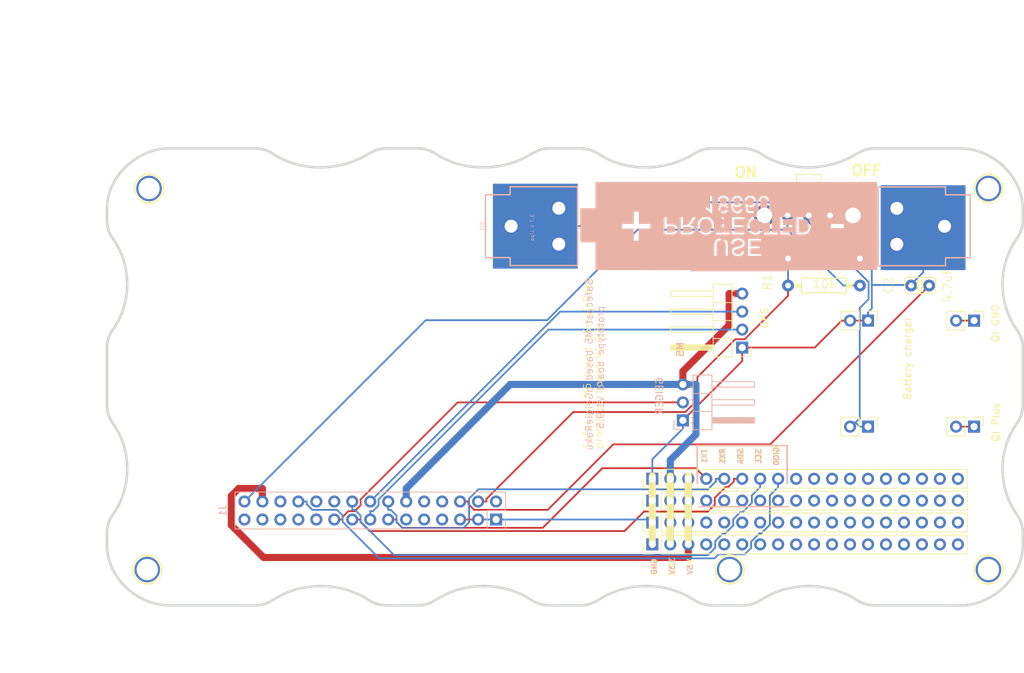
<source format=kicad_pcb>
(kicad_pcb (version 20200628) (host pcbnew "5.99.0-unknown-a61ea1f~89~ubuntu20.04.1")
  (layers (0 "F.Cu" signal) (31 "B.Cu" signal) (34 "B.Paste" user) (35 "F.Paste" user) (36 "B.SilkS" user) (37 "F.SilkS" user) (38 "B.Mask" user) (39 "F.Mask" user) (44 "Edge.Cuts" user))
  (net 0 "")
  (net 1 "GND")
  (net 2 "Net-(J1-Pad30)")
  (net 3 "/RX2")
  (net 4 "/TX2")
  (net 5 "/GIO13")
  (net 6 "/GIO5")
  (net 7 "Net-(J1-Pad4)")
  (net 8 "3.3V")
  (net 9 "5V")
  (net 10 "Net-(J1-Pad29)")
  (net 11 "Net-(J1-Pad27)")
  (net 12 "Net-(J1-Pad25)")
  (net 13 "Net-(J1-Pad23)")
  (net 14 "Net-(J1-Pad21)")
  (net 15 "Net-(J1-Pad11)")
  (net 16 "Net-(J1-Pad10)")
  (net 17 "Net-(J1-Pad9)")
  (net 18 "Net-(J1-Pad8)")
  (net 19 "Net-(J1-Pad7)")
  (net 20 "/AD1")
  (net 21 "Net-(J5-Pad12)")
  (net 22 "Net-(J5-Pad11)")
  (net 23 "Net-(J5-Pad10)")
  (net 24 "Net-(J5-Pad9)")
  (net 25 "Net-(J5-Pad8)")
  (net 26 "Net-(J5-Pad7)")
  (net 27 "Net-(J5-Pad6)")
  (net 28 "Net-(J5-Pad5)")
  (net 29 "Net-(J5-Pad4)")
  (net 30 "Net-(J6-Pad12)")
  (net 31 "Net-(J6-Pad11)")
  (net 32 "Net-(J6-Pad10)")
  (net 33 "Net-(J6-Pad9)")
  (net 34 "Net-(J6-Pad8)")
  (net 35 "Net-(J6-Pad7)")
  (net 36 "Net-(J6-Pad6)")
  (net 37 "Net-(J6-Pad5)")
  (net 38 "Net-(J6-Pad4)")
  (net 39 "Net-(J7-Pad12)")
  (net 40 "Net-(J7-Pad11)")
  (net 41 "Net-(J7-Pad10)")
  (net 42 "Net-(J7-Pad9)")
  (net 43 "/GIO34")
  (net 44 "/GIO0")
  (net 45 "/GIO2")
  (net 46 "/SCL")
  (net 47 "/SDA")
  (net 48 "/RX1")
  (net 49 "/TX1")
  (net 50 "/VBATT")
  (net 51 "Net-(J5-Pad18)")
  (net 52 "Net-(J5-Pad17)")
  (net 53 "Net-(J5-Pad16)")
  (net 54 "Net-(J5-Pad15)")
  (net 55 "Net-(J5-Pad14)")
  (net 56 "Net-(J5-Pad13)")
  (net 57 "Net-(J6-Pad18)")
  (net 58 "Net-(J6-Pad17)")
  (net 59 "Net-(J6-Pad16)")
  (net 60 "Net-(J6-Pad15)")
  (net 61 "Net-(J6-Pad14)")
  (net 62 "Net-(J6-Pad13)")
  (net 63 "Net-(J7-Pad18)")
  (net 64 "Net-(J7-Pad17)")
  (net 65 "Net-(J7-Pad16)")
  (net 66 "Net-(J7-Pad15)")
  (net 67 "Net-(J7-Pad14)")
  (net 68 "Net-(J7-Pad13)")
  (net 69 "/Reset")
  (net 70 "Net-(J9-Pad1)")
  (net 71 "Net-(J10-Pad1)")
  (net 72 "Net-(SW1-Pad1)")
  (net 73 "Net-(J4-Pad18)")
  (net 74 "Net-(J4-Pad17)")
  (net 75 "Net-(J4-Pad16)")
  (net 76 "Net-(J4-Pad15)")
  (net 77 "Net-(J4-Pad14)")
  (net 78 "Net-(J4-Pad13)")
  (net 79 "Net-(J4-Pad12)")
  (net 80 "Net-(J4-Pad11)")
  (net 81 "Net-(J4-Pad10)")
  (net 82 "Net-(J4-Pad9)")
  (net 83 "Net-(J4-Pad8)")
  (net 84 "Net-(J4-Pad7)")
  (net 85 "Net-(J4-Pad6)")
  (net 86 "Net-(J4-Pad5)")
  (net 87 "Net-(J4-Pad4)")
  (module "Connector_PinHeader_2.54mm:PinHeader_1x18_P2.54mm_Vertical" (layer "F.Cu") (at 161.646 116.449 90)
    (fp_text reference "J4" hide)
    (fp_text value "Conn_01x14_Female" hide)
    (pad "18" thru_hole oval (at 0 43.18 90) (size 1.7 1.7) (drill 1) (layers *.Cu *.Mask) (net 73 "Net-(J4-Pad18)"))
    (pad "17" thru_hole oval (at 0 40.64 90) (size 1.7 1.7) (drill 1) (layers *.Cu *.Mask) (net 74 "Net-(J4-Pad17)"))
    (pad "16" thru_hole oval (at 0 38.1 90) (size 1.7 1.7) (drill 1) (layers *.Cu *.Mask) (net 75 "Net-(J4-Pad16)"))
    (pad "15" thru_hole oval (at 0 35.56 90) (size 1.7 1.7) (drill 1) (layers *.Cu *.Mask) (net 76 "Net-(J4-Pad15)"))
    (pad "14" thru_hole oval (at 0 33.02 90) (size 1.7 1.7) (drill 1) (layers *.Cu *.Mask) (net 77 "Net-(J4-Pad14)"))
    (pad "13" thru_hole oval (at 0 30.48 90) (size 1.7 1.7) (drill 1) (layers *.Cu *.Mask) (net 78 "Net-(J4-Pad13)"))
    (pad "12" thru_hole oval (at 0 27.94 90) (size 1.7 1.7) (drill 1) (layers *.Cu *.Mask) (net 79 "Net-(J4-Pad12)"))
    (pad "11" thru_hole oval (at 0 25.4 90) (size 1.7 1.7) (drill 1) (layers *.Cu *.Mask) (net 80 "Net-(J4-Pad11)"))
    (pad "10" thru_hole oval (at 0 22.86 90) (size 1.7 1.7) (drill 1) (layers *.Cu *.Mask) (net 81 "Net-(J4-Pad10)"))
    (pad "9" thru_hole oval (at 0 20.32 90) (size 1.7 1.7) (drill 1) (layers *.Cu *.Mask) (net 82 "Net-(J4-Pad9)"))
    (pad "8" thru_hole oval (at 0 17.78 90) (size 1.7 1.7) (drill 1) (layers *.Cu *.Mask) (net 83 "Net-(J4-Pad8)"))
    (pad "7" thru_hole oval (at 0 15.24 90) (size 1.7 1.7) (drill 1) (layers *.Cu *.Mask) (net 84 "Net-(J4-Pad7)"))
    (pad "6" thru_hole oval (at 0 12.7 90) (size 1.7 1.7) (drill 1) (layers *.Cu *.Mask) (net 85 "Net-(J4-Pad6)"))
    (pad "5" thru_hole oval (at 0 10.16 90) (size 1.7 1.7) (drill 1) (layers *.Cu *.Mask) (net 86 "Net-(J4-Pad5)"))
    (pad "4" thru_hole oval (at 0 7.62 90) (size 1.7 1.7) (drill 1) (layers *.Cu *.Mask) (net 87 "Net-(J4-Pad4)"))
    (pad "3" thru_hole oval (at 0 5.08 90) (size 1.7 1.7) (drill 1) (layers *.Cu *.Mask) (net 9 "5V"))
    (pad "2" thru_hole oval (at 0 2.54 90) (size 1.7 1.7) (drill 1) (layers *.Cu *.Mask) (net 8 "3.3V"))
    (pad "1" thru_hole rect (at 0 0 90) (size 1.7 1.7) (drill 1) (layers *.Cu *.Mask) (net 1 "GND"))
  )
  (module "bGeigieNano V1.1.5:MOUNTINGHOLE_3.0_PLATEDTHIN" (layer "F.Cu") (at 172.568 126.186)
    (fp_text reference "U$13" hide)
    (fp_text value "MOUNTINGHOLE3.0THIN" hide)
    (pad "P$1" thru_hole circle (at 0 0) (size 3.6 3.6) (drill 3) (layers *.Cu *.Mask))
  )
  (module "bGeigieNano V1.1.5:MOUNTINGHOLE_3.0_PLATEDTHIN" (layer "F.Cu") (at 90.2716 126.186)
    (fp_text reference "U$11" hide)
    (fp_text value "MOUNTINGHOLE3.0THIN" hide)
    (pad "P$1" thru_hole circle (at 0 0) (size 3.6 3.6) (drill 3) (layers *.Cu *.Mask))
  )
  (module "bGeigieNano V1.1.5:MOUNTINGHOLE_3.0_PLATEDTHIN" (layer "F.Cu") (at 90.5256 72.338)
    (fp_text reference "U$12" hide)
    (fp_text value "MOUNTINGHOLE3.0THIN" hide)
    (pad "P$1" thru_hole circle (at 0 0) (size 3.6 3.6) (drill 3) (layers *.Cu *.Mask))
  )
  (module "bGeigieRaku_M5_1015:18650 map" (layer "B.Cu") (at 172.0596 77.418 90)
    (fp_text reference "G***" (at 0 0 -90) (layer "B.SilkS") (effects (font (size 1.524 1.524) (thickness 0.3)) (justify mirror)))
    (fp_text value "LOGO" hide)
  )
  (module "bGeigieNano V1.1.5:MOUNTINGHOLE_3.0_PLATEDTHIN" (layer "F.Cu") (at 209.144 72.338)
    (fp_text reference "U$9" hide)
    (fp_text value "MOUNTINGHOLE3.0THIN" hide)
    (pad "P$1" thru_hole circle (at 0 0) (size 3.6 3.6) (drill 3) (layers *.Cu *.Mask))
  )
  (module "bGeigieNano V1.1.5:MOUNTINGHOLE_3.0_PLATEDTHIN" (layer "F.Cu") (at 209.144 126.186)
    (fp_text reference "U$10" hide)
    (fp_text value "MOUNTINGHOLE3.0THIN" hide)
    (pad "P$1" thru_hole circle (at 0 0) (size 3.6 3.6) (drill 3) (layers *.Cu *.Mask))
  )
  (module "Connector_PinHeader_2.54mm:PinHeader_1x02_P2.54mm_Vertical" (layer "F.Cu") (at 192.126 105.993 -90)
    (fp_text reference "J11" hide)
    (fp_text value "QI charger Plus" hide)
    (pad "2" thru_hole oval (at 0 2.54 270) (size 1.7 1.7) (drill 1) (layers *.Cu *.Mask) (net 50 "/VBATT"))
    (pad "1" thru_hole rect (at 0 0 270) (size 1.7 1.7) (drill 1) (layers *.Cu *.Mask) (net 50 "/VBATT"))
  )
  (module "Connector_PinHeader_2.54mm:PinHeader_1x02_P2.54mm_Vertical" (layer "F.Cu") (at 207.112 105.993 -90)
    (fp_text reference "J10" hide)
    (fp_text value "QI GND" (at -14.605 -3.0476 90) (layer "F.SilkS"))
    (pad "2" thru_hole oval (at 0 2.54 270) (size 1.7 1.7) (drill 1) (layers *.Cu *.Mask) (net 71 "Net-(J10-Pad1)"))
    (pad "1" thru_hole rect (at 0 0 270) (size 1.7 1.7) (drill 1) (layers *.Cu *.Mask) (net 71 "Net-(J10-Pad1)"))
  )
  (module "Connector_PinHeader_2.54mm:PinHeader_1x02_P2.54mm_Vertical" (layer "F.Cu") (at 207.112 91.007 -90)
    (fp_text reference "J9" hide)
    (fp_text value "QI Plus" (at 14.351 -3.0476 90) (layer "F.SilkS"))
    (pad "2" thru_hole oval (at 0 2.54 270) (size 1.7 1.7) (drill 1) (layers *.Cu *.Mask) (net 70 "Net-(J9-Pad1)"))
    (pad "1" thru_hole rect (at 0 0 270) (size 1.7 1.7) (drill 1) (layers *.Cu *.Mask) (net 70 "Net-(J9-Pad1)"))
  )
  (module "Connector_PinHeader_2.54mm:PinHeader_1x02_P2.54mm_Vertical" (layer "F.Cu") (at 192.126 91.007 -90)
    (fp_text reference "J8" hide)
    (fp_text value "QI charger GND" hide)
    (pad "2" thru_hole oval (at 0 2.54 270) (size 1.7 1.7) (drill 1) (layers *.Cu *.Mask) (net 1 "GND"))
    (pad "1" thru_hole rect (at 0 0 270) (size 1.7 1.7) (drill 1) (layers *.Cu *.Mask) (net 1 "GND"))
  )
  (module "Connector_PinHeader_2.54mm:PinHeader_2x15_P2.54mm_Vertical" (layer "B.Cu") (at 139.564 119.114 90)
    (fp_text reference "J1" (at 1.27 -38.6244 90) (layer "B.SilkS") (effects (justify mirror)))
    (fp_text value "M5 2x15 pin" hide)
    (pad "30" thru_hole oval (at 2.54 -35.56 90) (size 1.7 1.7) (drill 1) (layers *.Cu *.Mask) (net 2 "Net-(J1-Pad30)"))
    (pad "29" thru_hole oval (at 0 -35.56 90) (size 1.7 1.7) (drill 1) (layers *.Cu *.Mask) (net 10 "Net-(J1-Pad29)"))
    (pad "28" thru_hole oval (at 2.54 -33.02 90) (size 1.7 1.7) (drill 1) (layers *.Cu *.Mask) (net 9 "5V"))
    (pad "27" thru_hole oval (at 0 -33.02 90) (size 1.7 1.7) (drill 1) (layers *.Cu *.Mask) (net 11 "Net-(J1-Pad27)"))
    (pad "26" thru_hole oval (at 2.54 -30.48 90) (size 1.7 1.7) (drill 1) (layers *.Cu *.Mask) (net 43 "/GIO34"))
    (pad "25" thru_hole oval (at 0 -30.48 90) (size 1.7 1.7) (drill 1) (layers *.Cu *.Mask) (net 12 "Net-(J1-Pad25)"))
    (pad "24" thru_hole oval (at 2.54 -27.94 90) (size 1.7 1.7) (drill 1) (layers *.Cu *.Mask) (net 44 "/GIO0"))
    (pad "23" thru_hole oval (at 0 -27.94 90) (size 1.7 1.7) (drill 1) (layers *.Cu *.Mask) (net 13 "Net-(J1-Pad23)"))
    (pad "22" thru_hole oval (at 2.54 -25.4 90) (size 1.7 1.7) (drill 1) (layers *.Cu *.Mask) (net 5 "/GIO13"))
    (pad "21" thru_hole oval (at 0 -25.4 90) (size 1.7 1.7) (drill 1) (layers *.Cu *.Mask) (net 14 "Net-(J1-Pad21)"))
    (pad "20" thru_hole oval (at 2.54 -22.86 90) (size 1.7 1.7) (drill 1) (layers *.Cu *.Mask) (net 6 "/GIO5"))
    (pad "19" thru_hole oval (at 0 -22.86 90) (size 1.7 1.7) (drill 1) (layers *.Cu *.Mask) (net 45 "/GIO2"))
    (pad "18" thru_hole oval (at 2.54 -20.32 90) (size 1.7 1.7) (drill 1) (layers *.Cu *.Mask) (net 46 "/SCL"))
    (pad "17" thru_hole oval (at 0 -20.32 90) (size 1.7 1.7) (drill 1) (layers *.Cu *.Mask) (net 47 "/SDA"))
    (pad "16" thru_hole oval (at 2.54 -17.78 90) (size 1.7 1.7) (drill 1) (layers *.Cu *.Mask) (net 3 "/RX2"))
    (pad "15" thru_hole oval (at 0 -17.78 90) (size 1.7 1.7) (drill 1) (layers *.Cu *.Mask) (net 4 "/TX2"))
    (pad "14" thru_hole oval (at 2.54 -15.24 90) (size 1.7 1.7) (drill 1) (layers *.Cu *.Mask) (net 48 "/RX1"))
    (pad "13" thru_hole oval (at 0 -15.24 90) (size 1.7 1.7) (drill 1) (layers *.Cu *.Mask) (net 49 "/TX1"))
    (pad "12" thru_hole oval (at 2.54 -12.7 90) (size 1.7 1.7) (drill 1) (layers *.Cu *.Mask) (net 8 "3.3V"))
    (pad "11" thru_hole oval (at 0 -12.7 90) (size 1.7 1.7) (drill 1) (layers *.Cu *.Mask) (net 15 "Net-(J1-Pad11)"))
    (pad "10" thru_hole oval (at 2.54 -10.16 90) (size 1.7 1.7) (drill 1) (layers *.Cu *.Mask) (net 16 "Net-(J1-Pad10)"))
    (pad "9" thru_hole oval (at 0 -10.16 90) (size 1.7 1.7) (drill 1) (layers *.Cu *.Mask) (net 17 "Net-(J1-Pad9)"))
    (pad "8" thru_hole oval (at 2.54 -7.62 90) (size 1.7 1.7) (drill 1) (layers *.Cu *.Mask) (net 18 "Net-(J1-Pad8)"))
    (pad "7" thru_hole oval (at 0 -7.62 90) (size 1.7 1.7) (drill 1) (layers *.Cu *.Mask) (net 19 "Net-(J1-Pad7)"))
    (pad "6" thru_hole oval (at 2.54 -5.08 90) (size 1.7 1.7) (drill 1) (layers *.Cu *.Mask) (net 69 "/Reset"))
    (pad "5" thru_hole oval (at 0 -5.08 90) (size 1.7 1.7) (drill 1) (layers *.Cu *.Mask) (net 1 "GND"))
    (pad "4" thru_hole oval (at 2.54 -2.54 90) (size 1.7 1.7) (drill 1) (layers *.Cu *.Mask) (net 7 "Net-(J1-Pad4)"))
    (pad "3" thru_hole oval (at 0 -2.54 90) (size 1.7 1.7) (drill 1) (layers *.Cu *.Mask) (net 1 "GND"))
    (pad "2" thru_hole oval (at 2.54 0 90) (size 1.7 1.7) (drill 1) (layers *.Cu *.Mask) (net 20 "/AD1"))
    (pad "1" thru_hole rect (at 0 0 90) (size 1.7 1.7) (drill 1) (layers *.Cu *.Mask) (net 1 "GND"))
  )
  (module "Battery_Holders:BATTERY_18650-HOLDER" (layer "B.Cu") (at 172.314 77.672)
    (fp_text reference "BT1" (at -34.7218 0 -90) (layer "B.SilkS") (effects (font (size 0.48 0.48) (thickness 0.05)) (justify mirror)))
    (fp_text value " 3.7 V Lipo" (at -27.6352 0 -90) (layer "B.SilkS") (effects (font (size 0.48 0.48) (thickness 0.05)) (justify mirror)))
    (fp_text user "-" (at 16.51 -1.27) (layer "B.SilkS") (effects (font (thickness 0.05)) (justify mirror)))
    (fp_text user "+" (at -18.542 -1.27) (layer "B.SilkS") (effects (font (thickness 0.05)) (justify mirror)))
    (pad "GND@3" thru_hole circle (at 23.88 -2.53 90) (size 2.7432 2.7432) (drill 1.8288) (layers *.Cu *.Mask))
    (pad "2" thru_hole circle (at 30.628 0.01 180) (size 2.7432 2.7432) (drill 1.8288) (layers *.Cu *.Mask) (net 1 "GND"))
    (pad "GND@2" thru_hole circle (at 23.88 2.55 90) (size 2.7432 2.7432) (drill 1.8288) (layers *.Cu *.Mask))
    (pad "PWR@2" thru_hole circle (at -23.88 2.53 270) (size 2.7432 2.7432) (drill 1.8288) (layers *.Cu *.Mask))
    (pad "1" thru_hole circle (at -30.628 -0.01) (size 2.7432 2.7432) (drill 1.8288) (layers *.Cu *.Mask) (net 50 "/VBATT"))
    (pad "PWR@3" thru_hole circle (at -23.88 -2.55 270) (size 2.7432 2.7432) (drill 1.8288) (layers *.Cu *.Mask))
    (pad "1" smd rect (at -27.2 -0.01) (size 12 12) (layers "B.Cu" "B.Paste" "B.Mask") (net 50 "/VBATT"))
    (pad "2" smd rect (at 27.6 0.2 180) (size 12 12) (layers "B.Cu" "B.Paste" "B.Mask") (net 1 "GND"))
  )
  (module "Connector_PinHeader_2.54mm:PinHeader_1x18_P2.54mm_Vertical" (layer "F.Cu") (at 161.646 113.359 90)
    (fp_text reference "J7" hide)
    (fp_text value "Conn_01x14_Female" hide)
    (pad "18" thru_hole oval (at 0 43.18 90) (size 1.7 1.7) (drill 1) (layers *.Cu *.Mask) (net 63 "Net-(J7-Pad18)"))
    (pad "17" thru_hole oval (at 0 40.64 90) (size 1.7 1.7) (drill 1) (layers *.Cu *.Mask) (net 64 "Net-(J7-Pad17)"))
    (pad "16" thru_hole oval (at 0 38.1 90) (size 1.7 1.7) (drill 1) (layers *.Cu *.Mask) (net 65 "Net-(J7-Pad16)"))
    (pad "15" thru_hole oval (at 0 35.56 90) (size 1.7 1.7) (drill 1) (layers *.Cu *.Mask) (net 66 "Net-(J7-Pad15)"))
    (pad "14" thru_hole oval (at 0 33.02 90) (size 1.7 1.7) (drill 1) (layers *.Cu *.Mask) (net 67 "Net-(J7-Pad14)"))
    (pad "13" thru_hole oval (at 0 30.48 90) (size 1.7 1.7) (drill 1) (layers *.Cu *.Mask) (net 68 "Net-(J7-Pad13)"))
    (pad "12" thru_hole oval (at 0 27.94 90) (size 1.7 1.7) (drill 1) (layers *.Cu *.Mask) (net 39 "Net-(J7-Pad12)"))
    (pad "11" thru_hole oval (at 0 25.4 90) (size 1.7 1.7) (drill 1) (layers *.Cu *.Mask) (net 40 "Net-(J7-Pad11)"))
    (pad "10" thru_hole oval (at 0 22.86 90) (size 1.7 1.7) (drill 1) (layers *.Cu *.Mask) (net 41 "Net-(J7-Pad10)"))
    (pad "9" thru_hole oval (at 0 20.32 90) (size 1.7 1.7) (drill 1) (layers *.Cu *.Mask) (net 42 "Net-(J7-Pad9)"))
    (pad "8" thru_hole oval (at 0 17.78 90) (size 1.7 1.7) (drill 1) (layers *.Cu *.Mask) (net 44 "/GIO0"))
    (pad "7" thru_hole oval (at 0 15.24 90) (size 1.7 1.7) (drill 1) (layers *.Cu *.Mask) (net 46 "/SCL"))
    (pad "6" thru_hole oval (at 0 12.7 90) (size 1.7 1.7) (drill 1) (layers *.Cu *.Mask) (net 47 "/SDA"))
    (pad "5" thru_hole oval (at 0 10.16 90) (size 1.7 1.7) (drill 1) (layers *.Cu *.Mask) (net 48 "/RX1"))
    (pad "4" thru_hole oval (at 0 7.62 90) (size 1.7 1.7) (drill 1) (layers *.Cu *.Mask) (net 49 "/TX1"))
    (pad "3" thru_hole oval (at 0 5.08 90) (size 1.7 1.7) (drill 1) (layers *.Cu *.Mask) (net 9 "5V"))
    (pad "2" thru_hole oval (at 0 2.54 90) (size 1.7 1.7) (drill 1) (layers *.Cu *.Mask) (net 8 "3.3V"))
    (pad "1" thru_hole rect (at 0 0 90) (size 1.7 1.7) (drill 1) (layers *.Cu *.Mask) (net 1 "GND"))
  )
  (module "Connector_PinHeader_2.54mm:PinHeader_1x18_P2.54mm_Vertical" (layer "F.Cu") (at 161.646 119.54 90)
    (fp_text reference "J6" hide)
    (fp_text value "Conn_01x14_Female" hide)
    (pad "18" thru_hole oval (at 0 43.18 90) (size 1.7 1.7) (drill 1) (layers *.Cu *.Mask) (net 57 "Net-(J6-Pad18)"))
    (pad "17" thru_hole oval (at 0 40.64 90) (size 1.7 1.7) (drill 1) (layers *.Cu *.Mask) (net 58 "Net-(J6-Pad17)"))
    (pad "16" thru_hole oval (at 0 38.1 90) (size 1.7 1.7) (drill 1) (layers *.Cu *.Mask) (net 59 "Net-(J6-Pad16)"))
    (pad "15" thru_hole oval (at 0 35.56 90) (size 1.7 1.7) (drill 1) (layers *.Cu *.Mask) (net 60 "Net-(J6-Pad15)"))
    (pad "14" thru_hole oval (at 0 33.02 90) (size 1.7 1.7) (drill 1) (layers *.Cu *.Mask) (net 61 "Net-(J6-Pad14)"))
    (pad "13" thru_hole oval (at 0 30.48 90) (size 1.7 1.7) (drill 1) (layers *.Cu *.Mask) (net 62 "Net-(J6-Pad13)"))
    (pad "12" thru_hole oval (at 0 27.94 90) (size 1.7 1.7) (drill 1) (layers *.Cu *.Mask) (net 30 "Net-(J6-Pad12)"))
    (pad "11" thru_hole oval (at 0 25.4 90) (size 1.7 1.7) (drill 1) (layers *.Cu *.Mask) (net 31 "Net-(J6-Pad11)"))
    (pad "10" thru_hole oval (at 0 22.86 90) (size 1.7 1.7) (drill 1) (layers *.Cu *.Mask) (net 32 "Net-(J6-Pad10)"))
    (pad "9" thru_hole oval (at 0 20.32 90) (size 1.7 1.7) (drill 1) (layers *.Cu *.Mask) (net 33 "Net-(J6-Pad9)"))
    (pad "8" thru_hole oval (at 0 17.78 90) (size 1.7 1.7) (drill 1) (layers *.Cu *.Mask) (net 34 "Net-(J6-Pad8)"))
    (pad "7" thru_hole oval (at 0 15.24 90) (size 1.7 1.7) (drill 1) (layers *.Cu *.Mask) (net 35 "Net-(J6-Pad7)"))
    (pad "6" thru_hole oval (at 0 12.7 90) (size 1.7 1.7) (drill 1) (layers *.Cu *.Mask) (net 36 "Net-(J6-Pad6)"))
    (pad "5" thru_hole oval (at 0 10.16 90) (size 1.7 1.7) (drill 1) (layers *.Cu *.Mask) (net 37 "Net-(J6-Pad5)"))
    (pad "4" thru_hole oval (at 0 7.62 90) (size 1.7 1.7) (drill 1) (layers *.Cu *.Mask) (net 38 "Net-(J6-Pad4)"))
    (pad "3" thru_hole oval (at 0 5.08 90) (size 1.7 1.7) (drill 1) (layers *.Cu *.Mask) (net 9 "5V"))
    (pad "2" thru_hole oval (at 0 2.54 90) (size 1.7 1.7) (drill 1) (layers *.Cu *.Mask) (net 8 "3.3V"))
    (pad "1" thru_hole rect (at 0 0 90) (size 1.7 1.7) (drill 1) (layers *.Cu *.Mask) (net 1 "GND"))
  )
  (module "Connector_PinHeader_2.54mm:PinHeader_1x18_P2.54mm_Vertical" (layer "F.Cu") (at 161.646 122.63 90)
    (fp_text reference "J5" hide)
    (fp_text value "Conn_01x14_Female" hide)
    (pad "18" thru_hole oval (at 0 43.18 90) (size 1.7 1.7) (drill 1) (layers *.Cu *.Mask) (net 51 "Net-(J5-Pad18)"))
    (pad "17" thru_hole oval (at 0 40.64 90) (size 1.7 1.7) (drill 1) (layers *.Cu *.Mask) (net 52 "Net-(J5-Pad17)"))
    (pad "16" thru_hole oval (at 0 38.1 90) (size 1.7 1.7) (drill 1) (layers *.Cu *.Mask) (net 53 "Net-(J5-Pad16)"))
    (pad "15" thru_hole oval (at 0 35.56 90) (size 1.7 1.7) (drill 1) (layers *.Cu *.Mask) (net 54 "Net-(J5-Pad15)"))
    (pad "14" thru_hole oval (at 0 33.02 90) (size 1.7 1.7) (drill 1) (layers *.Cu *.Mask) (net 55 "Net-(J5-Pad14)"))
    (pad "13" thru_hole oval (at 0 30.48 90) (size 1.7 1.7) (drill 1) (layers *.Cu *.Mask) (net 56 "Net-(J5-Pad13)"))
    (pad "12" thru_hole oval (at 0 27.94 90) (size 1.7 1.7) (drill 1) (layers *.Cu *.Mask) (net 21 "Net-(J5-Pad12)"))
    (pad "11" thru_hole oval (at 0 25.4 90) (size 1.7 1.7) (drill 1) (layers *.Cu *.Mask) (net 22 "Net-(J5-Pad11)"))
    (pad "10" thru_hole oval (at 0 22.86 90) (size 1.7 1.7) (drill 1) (layers *.Cu *.Mask) (net 23 "Net-(J5-Pad10)"))
    (pad "9" thru_hole oval (at 0 20.32 90) (size 1.7 1.7) (drill 1) (layers *.Cu *.Mask) (net 24 "Net-(J5-Pad9)"))
    (pad "8" thru_hole oval (at 0 17.78 90) (size 1.7 1.7) (drill 1) (layers *.Cu *.Mask) (net 25 "Net-(J5-Pad8)"))
    (pad "7" thru_hole oval (at 0 15.24 90) (size 1.7 1.7) (drill 1) (layers *.Cu *.Mask) (net 26 "Net-(J5-Pad7)"))
    (pad "6" thru_hole oval (at 0 12.7 90) (size 1.7 1.7) (drill 1) (layers *.Cu *.Mask) (net 27 "Net-(J5-Pad6)"))
    (pad "5" thru_hole oval (at 0 10.16 90) (size 1.7 1.7) (drill 1) (layers *.Cu *.Mask) (net 28 "Net-(J5-Pad5)"))
    (pad "4" thru_hole oval (at 0 7.62 90) (size 1.7 1.7) (drill 1) (layers *.Cu *.Mask) (net 29 "Net-(J5-Pad4)"))
    (pad "3" thru_hole oval (at 0 5.08 90) (size 1.7 1.7) (drill 1) (layers *.Cu *.Mask) (net 9 "5V"))
    (pad "2" thru_hole oval (at 0 2.54 90) (size 1.7 1.7) (drill 1) (layers *.Cu *.Mask) (net 8 "3.3V"))
    (pad "1" thru_hole rect (at 0 0 90) (size 1.7 1.7) (drill 1) (layers *.Cu *.Mask) (net 1 "GND"))
  )
  (module "bGeigieNano V1.1.5:0207_10" (layer "F.Cu") (at 185.903 82.244)
    (fp_text reference "R2" (at -7.315282 -1.016 90) (layer "F.SilkS") (effects (font (size 1.2065 1.2065) (thickness 0.12065)) (justify right bottom)))
    (fp_text value "1K" (at 1.1426 0.762) (layer "F.SilkS") (effects (font (size 1.2065 1.2065) (thickness 0.12065)) (justify right bottom)))
    (pad "1" thru_hole circle (at -5.08 0) (size 1.6764 1.6764) (drill 0.8128) (layers *.Cu *.Mask) (net 7 "Net-(J1-Pad4)"))
    (pad "2" thru_hole circle (at 5.08 0) (size 1.6764 1.6764) (drill 0.8128) (layers *.Cu *.Mask) (net 1 "GND"))
  )
  (module "bGeigieNano V1.1.5:0207_10" (layer "F.Cu") (at 185.903 86.054 180)
    (fp_text reference "R1" (at 7.315282 -0.762 90) (layer "F.SilkS") (effects (font (size 1.2065 1.2065) (thickness 0.12065)) (justify left bottom)))
    (fp_text value "10k" (at 1.6514 -0.508) (layer "F.SilkS") (effects (font (size 1.2065 1.2065) (thickness 0.12065)) (justify left bottom)))
    (pad "1" thru_hole circle (at -5.08 0 180) (size 1.6764 1.6764) (drill 0.8128) (layers *.Cu *.Mask) (net 2 "Net-(J1-Pad30)"))
    (pad "2" thru_hole circle (at 5.08 0 180) (size 1.6764 1.6764) (drill 0.8128) (layers *.Cu *.Mask) (net 7 "Net-(J1-Pad4)"))
  )
  (module "bGeigieNano V1.1.5:C025-024X044" (layer "F.Cu") (at 199.492 86.054 180)
    (fp_text reference "C2" (at 3.8104 1.27 90) (layer "F.SilkS") (effects (font (size 1.2065 1.2065) (thickness 0.12065)) (justify right bottom)))
    (fp_text value "4.7uf" (at -4.5716 2.286 90) (layer "F.SilkS") (effects (font (size 1.2065 1.2065) (thickness 0.12065)) (justify right bottom)))
    (pad "1" thru_hole circle (at -1.27 0 180) (size 1.6764 1.6764) (drill 0.8128) (layers *.Cu *.Mask) (net 69 "/Reset"))
    (pad "2" thru_hole circle (at 1.27 0 180) (size 1.6764 1.6764) (drill 0.8128) (layers *.Cu *.Mask) (net 1 "GND"))
  )
  (module "bGeigieNanoKit V1.1r5a:EG1206" (layer "F.Cu") (at 183.744 76.148 180)
    (fp_text reference "SW1" (at 9.6524 -1.778 270) (layer "F.SilkS") (effects (font (size 1.2065 1.2065) (thickness 0.09652)) (justify left top)))
    (fp_text value "SW_SPDT" hide)
    (pad "2" thru_hole circle (at 0 0 180) (size 1.6764 1.6764) (drill 0.8) (layers *.Cu *.Mask) (net 50 "/VBATT"))
    (pad "MT2" thru_hole circle (at 6.25 0 180) (size 3 3) (drill 2.2) (layers *.Cu *.Mask))
    (pad "MT1" thru_hole circle (at -6.25 0 180) (size 3 3) (drill 2.2) (layers *.Cu *.Mask))
    (pad "1" thru_hole circle (at -3 0 180) (size 1.6764 1.6764) (drill 0.8) (layers *.Cu *.Mask) (net 72 "Net-(SW1-Pad1)"))
    (pad "3" thru_hole circle (at 3 0 180) (size 1.6764 1.6764) (drill 0.8) (layers *.Cu *.Mask) (net 2 "Net-(J1-Pad30)"))
  )
  (module "Connector_PinHeader_2.54mm:PinHeader_1x04_P2.54mm_Horizontal" (layer "F.Cu") (at 174.346 94.817 180)
    (fp_text reference "J3" hide)
    (fp_text value "GPS" (at -3.1746 4.191 270) (layer "F.SilkS"))
    (pad "4" thru_hole oval (at 0 7.62 180) (size 1.7 1.7) (drill 1) (layers *.Cu *.Mask) (net 8 "3.3V"))
    (pad "3" thru_hole oval (at 0 5.08 180) (size 1.7 1.7) (drill 1) (layers *.Cu *.Mask) (net 3 "/RX2"))
    (pad "2" thru_hole oval (at 0 2.54 180) (size 1.7 1.7) (drill 1) (layers *.Cu *.Mask) (net 4 "/TX2"))
    (pad "1" thru_hole rect (at 0 0 180) (size 1.7 1.7) (drill 1) (layers *.Cu *.Mask) (net 1 "GND"))
  )
  (module "Connector_PinHeader_2.54mm:PinHeader_1x03_P2.54mm_Horizontal" (layer "B.Cu") (at 165.964 105.104)
    (fp_text reference "J2" hide)
    (fp_text value "Geiger" hide)
    (fp_text user "GEIGER " (at -3.3024 -3.048 270) (layer "B.SilkS") (effects (justify mirror)))
    (pad "3" thru_hole oval (at 0 -5.08) (size 1.7 1.7) (drill 1) (layers *.Cu *.Mask) (net 8 "3.3V"))
    (pad "2" thru_hole oval (at 0 -2.54) (size 1.7 1.7) (drill 1) (layers *.Cu *.Mask) (net 45 "/GIO2"))
    (pad "1" thru_hole rect (at 0 0) (size 1.7 1.7) (drill 1) (layers *.Cu *.Mask) (net 1 "GND"))
  )
  (gr_line (start 168.2496 117.296) (end 180.9496 117.296) (layer "B.SilkS") (width 0.2))
  (gr_line (start 180.9496 117.296) (end 168.2496 117.296) (layer "F.SilkS") (width 0.2))
  (gr_line (start 177.639224 130.088055) (end 176.868172 130.570289) (layer "Edge.Cuts") (width 0.358429))
  (gr_line (start 178.446489 129.67012) (end 177.639224 130.088055) (layer "Edge.Cuts") (width 0.358429))
  (gr_line (start 179.284795 129.316484) (end 178.446489 129.67012) (layer "Edge.Cuts") (width 0.358429))
  (gr_line (start 180.148967 129.027147) (end 179.284795 129.316484) (layer "Edge.Cuts") (width 0.358429))
  (gr_line (start 181.033833 128.802108) (end 180.148967 129.027147) (layer "Edge.Cuts") (width 0.358429))
  (gr_line (start 181.934217 128.641367) (end 181.033833 128.802108) (layer "Edge.Cuts") (width 0.358429))
  (gr_line (start 182.844946 128.544924) (end 181.934217 128.641367) (layer "Edge.Cuts") (width 0.358429))
  (gr_line (start 183.760848 128.512778) (end 182.844946 128.544924) (layer "Edge.Cuts") (width 0.358429))
  (gr_line (start 184.676747 128.54493) (end 183.760848 128.512778) (layer "Edge.Cuts") (width 0.358429))
  (gr_line (start 185.587471 128.641378) (end 184.676747 128.54493) (layer "Edge.Cuts") (width 0.358429))
  (gr_line (start 186.487845 128.802123) (end 185.587471 128.641378) (layer "Edge.Cuts") (width 0.358429))
  (gr_line (start 187.372696 129.027164) (end 186.487845 128.802123) (layer "Edge.Cuts") (width 0.358429))
  (gr_line (start 188.236851 129.316502) (end 187.372696 129.027164) (layer "Edge.Cuts") (width 0.358429))
  (gr_line (start 189.075135 129.670135) (end 188.236851 129.316502) (layer "Edge.Cuts") (width 0.358429))
  (gr_line (start 189.882375 130.088064) (end 189.075135 129.670135) (layer "Edge.Cuts") (width 0.358429))
  (gr_line (start 190.653397 130.570289) (end 189.882375 130.088064) (layer "Edge.Cuts") (width 0.358429))
  (gr_line (start 190.782296 130.64456) (end 190.653405 130.570289) (layer "Edge.Cuts") (width 0.358429))
  (gr_line (start 190.913542 130.714861) (end 190.782296 130.64456) (layer "Edge.Cuts") (width 0.358429))
  (gr_line (start 191.047009 130.781145) (end 190.913542 130.714861) (layer "Edge.Cuts") (width 0.358429))
  (gr_line (start 191.182563 130.843363) (end 191.047009 130.781145) (layer "Edge.Cuts") (width 0.358429))
  (gr_line (start 191.320068 130.901469) (end 191.182563 130.843363) (layer "Edge.Cuts") (width 0.358429))
  (gr_line (start 191.459391 130.955414) (end 191.320068 130.901469) (layer "Edge.Cuts") (width 0.358429))
  (gr_line (start 191.600398 131.00515) (end 191.459391 130.955414) (layer "Edge.Cuts") (width 0.358429))
  (gr_line (start 191.742954 131.050631) (end 191.600398 131.00515) (layer "Edge.Cuts") (width 0.358429))
  (gr_line (start 191.886924 131.091809) (end 191.742954 131.050631) (layer "Edge.Cuts") (width 0.358429))
  (gr_line (start 192.032175 131.128636) (end 191.886924 131.091809) (layer "Edge.Cuts") (width 0.358429))
  (gr_line (start 192.178571 131.161064) (end 192.032175 131.128636) (layer "Edge.Cuts") (width 0.358429))
  (gr_line (start 192.32598 131.189046) (end 192.178571 131.161064) (layer "Edge.Cuts") (width 0.358429))
  (gr_line (start 192.474265 131.212535) (end 192.32598 131.189046) (layer "Edge.Cuts") (width 0.358429))
  (gr_line (start 192.623294 131.231481) (end 192.474265 131.212535) (layer "Edge.Cuts") (width 0.358429))
  (gr_line (start 192.772931 131.245839) (end 192.623294 131.231481) (layer "Edge.Cuts") (width 0.358429))
  (gr_line (start 192.923043 131.255561) (end 192.772931 131.245839) (layer "Edge.Cuts") (width 0.358429))
  (gr_line (start 204.922081 131.255561) (end 192.923043 131.255561) (layer "Edge.Cuts") (width 0.358429))
  (gr_line (start 205.37385 131.252682) (end 204.922158 131.255591) (layer "Edge.Cuts") (width 0.358429))
  (gr_line (start 205.821916 131.225512) (end 205.37385 131.252682) (layer "Edge.Cuts") (width 0.358429))
  (gr_line (start 206.265631 131.174773) (end 205.821916 131.225512) (layer "Edge.Cuts") (width 0.358429))
  (gr_line (start 206.704273 131.10116) (end 206.265631 131.174773) (layer "Edge.Cuts") (width 0.358429))
  (gr_line (start 207.137119 131.005365) (end 206.704273 131.10116) (layer "Edge.Cuts") (width 0.358429))
  (gr_line (start 207.563446 130.888083) (end 207.137119 131.005365) (layer "Edge.Cuts") (width 0.358429))
  (gr_line (start 207.982532 130.750006) (end 207.563446 130.888083) (layer "Edge.Cuts") (width 0.358429))
  (gr_line (start 208.393653 130.591828) (end 207.982532 130.750006) (layer "Edge.Cuts") (width 0.358429))
  (gr_line (start 208.796087 130.414242) (end 208.393653 130.591828) (layer "Edge.Cuts") (width 0.358429))
  (gr_line (start 209.189111 130.217942) (end 208.796087 130.414242) (layer "Edge.Cuts") (width 0.358429))
  (gr_line (start 209.572002 130.003622) (end 209.189111 130.217942) (layer "Edge.Cuts") (width 0.358429))
  (gr_line (start 209.944037 129.771974) (end 209.572002 130.003622) (layer "Edge.Cuts") (width 0.358429))
  (gr_line (start 210.304494 129.523692) (end 209.944037 129.771974) (layer "Edge.Cuts") (width 0.358429))
  (gr_line (start 210.652649 129.25947) (end 210.304494 129.523692) (layer "Edge.Cuts") (width 0.358429))
  (gr_line (start 210.98778 128.98) (end 210.652649 129.25947) (layer "Edge.Cuts") (width 0.358429))
  (gr_line (start 211.309164 128.685977) (end 210.98778 128.98) (layer "Edge.Cuts") (width 0.358429))
  (gr_line (start 211.616077 128.378093) (end 211.309164 128.685977) (layer "Edge.Cuts") (width 0.358429))
  (gr_line (start 211.907798 128.057043) (end 211.616077 128.378093) (layer "Edge.Cuts") (width 0.358429))
  (gr_line (start 212.183604 127.723519) (end 211.907798 128.057043) (layer "Edge.Cuts") (width 0.358429))
  (gr_line (start 212.442771 127.378215) (end 212.183604 127.723519) (layer "Edge.Cuts") (width 0.358429))
  (gr_line (start 212.684576 127.021824) (end 212.442771 127.378215) (layer "Edge.Cuts") (width 0.358429))
  (gr_line (start 212.908298 126.65504) (end 212.684576 127.021824) (layer "Edge.Cuts") (width 0.358429))
  (gr_line (start 213.113212 126.278556) (end 212.908298 126.65504) (layer "Edge.Cuts") (width 0.358429))
  (gr_line (start 213.298597 125.893066) (end 213.113212 126.278556) (layer "Edge.Cuts") (width 0.358429))
  (gr_line (start 213.463729 125.499263) (end 213.298597 125.893066) (layer "Edge.Cuts") (width 0.358429))
  (gr_line (start 213.607885 125.09784) (end 213.463729 125.499263) (layer "Edge.Cuts") (width 0.358429))
  (gr_line (start 213.730343 124.689491) (end 213.607885 125.09784) (layer "Edge.Cuts") (width 0.358429))
  (gr_line (start 213.83038 124.274909) (end 213.730343 124.689491) (layer "Edge.Cuts") (width 0.358429))
  (gr_line (start 213.907273 123.854787) (end 213.83038 124.274909) (layer "Edge.Cuts") (width 0.358429))
  (gr_line (start 213.960299 123.42982) (end 213.907273 123.854787) (layer "Edge.Cuts") (width 0.358429))
  (gr_line (start 213.988736 123.000701) (end 213.960299 123.42982) (layer "Edge.Cuts") (width 0.358429))
  (gr_line (start 213.99186 122.568122) (end 213.988736 123.000701) (layer "Edge.Cuts") (width 0.358429))
  (gr_line (start 213.991936 120.752265) (end 213.991936 122.568152) (layer "Edge.Cuts") (width 0.358429))
  (gr_line (start 213.980911 120.608654) (end 213.991936 120.752265) (layer "Edge.Cuts") (width 0.358429))
  (gr_line (start 213.965384 120.465403) (end 213.980911 120.608654) (layer "Edge.Cuts") (width 0.358429))
  (gr_line (start 176.337994 130.841039) (end 176.200503 130.899278) (layer "Edge.Cuts") (width 0.358429))
  (gr_line (start 176.200503 130.899278) (end 176.061266 130.953528) (layer "Edge.Cuts") (width 0.358429))
  (gr_line (start 176.061266 130.953528) (end 175.920401 131.003694) (layer "Edge.Cuts") (width 0.358429))
  (gr_line (start 176.607276 130.712984) (end 176.473624 130.778909) (layer "Edge.Cuts") (width 0.358429))
  (gr_line (start 176.473624 130.778909) (end 176.337994 130.841039) (layer "Edge.Cuts") (width 0.358429))
  (gr_line (start 175.778024 131.049678) (end 175.634251 131.091383) (layer "Edge.Cuts") (width 0.358429))
  (gr_line (start 175.920401 131.003694) (end 175.778024 131.049678) (layer "Edge.Cuts") (width 0.358429))
  (gr_line (start 175.489199 131.128714) (end 175.342984 131.161573) (layer "Edge.Cuts") (width 0.358429))
  (gr_line (start 176.738833 130.643361) (end 176.607276 130.712984) (layer "Edge.Cuts") (width 0.358429))
  (gr_line (start 175.634251 131.091383) (end 175.489199 131.128714) (layer "Edge.Cuts") (width 0.358429))
  (gr_line (start 168.903313 131.091657) (end 168.759342 131.050479) (layer "Edge.Cuts") (width 0.358429))
  (gr_line (start 169.048563 131.128483) (end 168.903313 131.091657) (layer "Edge.Cuts") (width 0.358429))
  (gr_line (start 175.195723 131.189864) (end 175.047531 131.213489) (layer "Edge.Cuts") (width 0.358429))
  (gr_line (start 176.86818 130.570136) (end 176.738833 130.643361) (layer "Edge.Cuts") (width 0.358429))
  (gr_line (start 169.490652 131.212382) (end 169.342367 131.188894) (layer "Edge.Cuts") (width 0.358429))
  (gr_line (start 169.639679 131.231329) (end 169.490652 131.212382) (layer "Edge.Cuts") (width 0.358429))
  (gr_line (start 169.19496 131.160912) (end 169.048563 131.128483) (layer "Edge.Cuts") (width 0.358429))
  (gr_line (start 169.342367 131.188894) (end 169.19496 131.160912) (layer "Edge.Cuts") (width 0.358429))
  (gr_line (start 174.748824 131.246358) (end 174.598542 131.255408) (layer "Edge.Cuts") (width 0.358429))
  (gr_line (start 169.789314 131.245687) (end 169.639679 131.231329) (layer "Edge.Cuts") (width 0.358429))
  (gr_line (start 129.375749 131.161573) (end 129.228487 131.189864) (layer "Edge.Cuts") (width 0.358429))
  (gr_line (start 129.521964 131.128714) (end 129.375749 131.161573) (layer "Edge.Cuts") (width 0.358429))
  (gr_line (start 129.667017 131.091383) (end 129.521964 131.128714) (layer "Edge.Cuts") (width 0.358429))
  (gr_line (start 129.81079 131.049678) (end 129.667017 131.091383) (layer "Edge.Cuts") (width 0.358429))
  (gr_line (start 129.953167 131.003694) (end 129.81079 131.049678) (layer "Edge.Cuts") (width 0.358429))
  (gr_line (start 130.094032 130.953528) (end 129.953167 131.003694) (layer "Edge.Cuts") (width 0.358429))
  (gr_line (start 130.233269 130.899278) (end 130.094032 130.953528) (layer "Edge.Cuts") (width 0.358429))
  (gr_line (start 130.37076 130.841039) (end 130.233269 130.899278) (layer "Edge.Cuts") (width 0.358429))
  (gr_line (start 130.506391 130.778909) (end 130.37076 130.841039) (layer "Edge.Cuts") (width 0.358429))
  (gr_line (start 130.640043 130.712984) (end 130.506391 130.778909) (layer "Edge.Cuts") (width 0.358429))
  (gr_line (start 130.771601 130.643361) (end 130.640043 130.712984) (layer "Edge.Cuts") (width 0.358429))
  (gr_line (start 130.900948 130.570136) (end 130.771601 130.643361) (layer "Edge.Cuts") (width 0.358429))
  (gr_line (start 131.671999 130.087902) (end 130.900948 130.570136) (layer "Edge.Cuts") (width 0.358429))
  (gr_line (start 132.479264 129.669968) (end 131.671999 130.087902) (layer "Edge.Cuts") (width 0.358429))
  (gr_line (start 133.317569 129.316332) (end 132.479264 129.669968) (layer "Edge.Cuts") (width 0.358429))
  (gr_line (start 134.18174 129.026995) (end 133.317569 129.316332) (layer "Edge.Cuts") (width 0.358429))
  (gr_line (start 135.066605 128.801956) (end 134.18174 129.026995) (layer "Edge.Cuts") (width 0.358429))
  (gr_line (start 135.966988 128.641215) (end 135.066605 128.801956) (layer "Edge.Cuts") (width 0.358429))
  (gr_line (start 136.877717 128.544771) (end 135.966988 128.641215) (layer "Edge.Cuts") (width 0.358429))
  (gr_line (start 137.793617 128.512626) (end 136.877717 128.544771) (layer "Edge.Cuts") (width 0.358429))
  (gr_line (start 138.709516 128.544777) (end 137.793617 128.512626) (layer "Edge.Cuts") (width 0.358429))
  (gr_line (start 139.620238 128.641225) (end 138.709516 128.544777) (layer "Edge.Cuts") (width 0.358429))
  (gr_line (start 140.520612 128.80197) (end 139.620238 128.641225) (layer "Edge.Cuts") (width 0.358429))
  (gr_line (start 141.405462 129.027012) (end 140.520612 128.80197) (layer "Edge.Cuts") (width 0.358429))
  (gr_line (start 142.269615 129.316349) (end 141.405462 129.027012) (layer "Edge.Cuts") (width 0.358429))
  (gr_line (start 143.107898 129.669983) (end 142.269615 129.316349) (layer "Edge.Cuts") (width 0.358429))
  (gr_line (start 143.915137 130.087912) (end 143.107898 129.669983) (layer "Edge.Cuts") (width 0.358429))
  (gr_line (start 144.686158 130.570136) (end 143.915137 130.087912) (layer "Edge.Cuts") (width 0.358429))
  (gr_line (start 144.815055 130.644407) (end 144.686161 130.570136) (layer "Edge.Cuts") (width 0.358429))
  (gr_line (start 144.946303 130.714709) (end 144.815055 130.644407) (layer "Edge.Cuts") (width 0.358429))
  (gr_line (start 145.079772 130.780992) (end 144.946303 130.714709) (layer "Edge.Cuts") (width 0.358429))
  (gr_line (start 145.215327 130.843211) (end 145.079772 130.780992) (layer "Edge.Cuts") (width 0.358429))
  (gr_line (start 145.352834 130.901316) (end 145.215327 130.843211) (layer "Edge.Cuts") (width 0.358429))
  (gr_line (start 145.492159 130.955261) (end 145.352834 130.901316) (layer "Edge.Cuts") (width 0.358429))
  (gr_line (start 145.633166 131.004998) (end 145.492159 130.955261) (layer "Edge.Cuts") (width 0.358429))
  (gr_line (start 145.775722 131.050479) (end 145.633166 131.004998) (layer "Edge.Cuts") (width 0.358429))
  (gr_line (start 145.919693 131.091657) (end 145.775722 131.050479) (layer "Edge.Cuts") (width 0.358429))
  (gr_line (start 146.064944 131.128483) (end 145.919693 131.091657) (layer "Edge.Cuts") (width 0.358429))
  (gr_line (start 146.21134 131.160912) (end 146.064944 131.128483) (layer "Edge.Cuts") (width 0.358429))
  (gr_line (start 146.358748 131.188894) (end 146.21134 131.160912) (layer "Edge.Cuts") (width 0.358429))
  (gr_line (start 146.507032 131.212382) (end 146.358748 131.188894) (layer "Edge.Cuts") (width 0.358429))
  (gr_line (start 146.656059 131.231329) (end 146.507032 131.212382) (layer "Edge.Cuts") (width 0.358429))
  (gr_line (start 146.805694 131.245687) (end 146.656059 131.231329) (layer "Edge.Cuts") (width 0.358429))
  (gr_line (start 146.955803 131.255408) (end 146.805694 131.245687) (layer "Edge.Cuts") (width 0.358429))
  (gr_line (start 151.61493 131.255408) (end 146.955807 131.255408) (layer "Edge.Cuts") (width 0.358429))
  (gr_line (start 151.765214 131.246358) (end 151.61493 131.255408) (layer "Edge.Cuts") (width 0.358429))
  (gr_line (start 151.914916 131.232353) (end 151.765214 131.246358) (layer "Edge.Cuts") (width 0.358429))
  (gr_line (start 152.063922 131.213489) (end 151.914916 131.232353) (layer "Edge.Cuts") (width 0.358429))
  (gr_line (start 152.212114 131.189864) (end 152.063922 131.213489) (layer "Edge.Cuts") (width 0.358429))
  (gr_line (start 169.939423 131.255408) (end 169.789314 131.245687) (layer "Edge.Cuts") (width 0.358429))
  (gr_line (start 168.616785 131.004998) (end 168.475777 130.955261) (layer "Edge.Cuts") (width 0.358429))
  (gr_line (start 168.759342 131.050479) (end 168.616785 131.004998) (layer "Edge.Cuts") (width 0.358429))
  (gr_line (start 164.389088 129.027012) (end 163.504238 128.80197) (layer "Edge.Cuts") (width 0.358429))
  (gr_line (start 165.253242 129.316349) (end 164.389088 129.027012) (layer "Edge.Cuts") (width 0.358429))
  (gr_line (start 166.091525 129.669983) (end 165.253242 129.316349) (layer "Edge.Cuts") (width 0.358429))
  (gr_line (start 166.898764 130.087912) (end 166.091525 129.669983) (layer "Edge.Cuts") (width 0.358429))
  (gr_line (start 175.342984 131.161573) (end 175.195723 131.189864) (layer "Edge.Cuts") (width 0.358429))
  (gr_line (start 174.898526 131.232353) (end 174.748824 131.246358) (layer "Edge.Cuts") (width 0.358429))
  (gr_line (start 154.655619 130.087902) (end 153.884568 130.570136) (layer "Edge.Cuts") (width 0.358429))
  (gr_line (start 155.462885 129.669968) (end 154.655619 130.087902) (layer "Edge.Cuts") (width 0.358429))
  (gr_line (start 156.301191 129.316332) (end 155.462885 129.669968) (layer "Edge.Cuts") (width 0.358429))
  (gr_line (start 157.165363 129.026995) (end 156.301191 129.316332) (layer "Edge.Cuts") (width 0.358429))
  (gr_line (start 158.050228 128.801956) (end 157.165363 129.026995) (layer "Edge.Cuts") (width 0.358429))
  (gr_line (start 158.950612 128.641215) (end 158.050228 128.801956) (layer "Edge.Cuts") (width 0.358429))
  (gr_line (start 159.861341 128.544771) (end 158.950612 128.641215) (layer "Edge.Cuts") (width 0.358429))
  (gr_line (start 160.777242 128.512626) (end 159.861341 128.544771) (layer "Edge.Cuts") (width 0.358429))
  (gr_line (start 161.693141 128.544777) (end 160.777242 128.512626) (layer "Edge.Cuts") (width 0.358429))
  (gr_line (start 162.603864 128.641225) (end 161.693141 128.544777) (layer "Edge.Cuts") (width 0.358429))
  (gr_line (start 163.504238 128.80197) (end 162.603864 128.641225) (layer "Edge.Cuts") (width 0.358429))
  (gr_line (start 167.669785 130.570136) (end 166.898764 130.087912) (layer "Edge.Cuts") (width 0.358429))
  (gr_line (start 167.798671 130.644407) (end 167.669777 130.570136) (layer "Edge.Cuts") (width 0.358429))
  (gr_line (start 167.92992 130.714709) (end 167.798671 130.644407) (layer "Edge.Cuts") (width 0.358429))
  (gr_line (start 168.06339 130.780992) (end 167.92992 130.714709) (layer "Edge.Cuts") (width 0.358429))
  (gr_line (start 168.198945 130.843211) (end 168.06339 130.780992) (layer "Edge.Cuts") (width 0.358429))
  (gr_line (start 168.336452 130.901316) (end 168.198945 130.843211) (layer "Edge.Cuts") (width 0.358429))
  (gr_line (start 168.475777 130.955261) (end 168.336452 130.901316) (layer "Edge.Cuts") (width 0.358429))
  (gr_line (start 152.359375 131.161573) (end 152.212114 131.189864) (layer "Edge.Cuts") (width 0.358429))
  (gr_line (start 152.50559 131.128714) (end 152.359375 131.161573) (layer "Edge.Cuts") (width 0.358429))
  (gr_line (start 152.650642 131.091383) (end 152.50559 131.128714) (layer "Edge.Cuts") (width 0.358429))
  (gr_line (start 152.794415 131.049678) (end 152.650642 131.091383) (layer "Edge.Cuts") (width 0.358429))
  (gr_line (start 152.936792 131.003694) (end 152.794415 131.049678) (layer "Edge.Cuts") (width 0.358429))
  (gr_line (start 153.077656 130.953528) (end 152.936792 131.003694) (layer "Edge.Cuts") (width 0.358429))
  (gr_line (start 153.216892 130.899278) (end 153.077656 130.953528) (layer "Edge.Cuts") (width 0.358429))
  (gr_line (start 153.354383 130.841039) (end 153.216892 130.899278) (layer "Edge.Cuts") (width 0.358429))
  (gr_line (start 153.490012 130.778909) (end 153.354383 130.841039) (layer "Edge.Cuts") (width 0.358429))
  (gr_line (start 153.623664 130.712984) (end 153.490012 130.778909) (layer "Edge.Cuts") (width 0.358429))
  (gr_line (start 153.755221 130.643361) (end 153.623664 130.712984) (layer "Edge.Cuts") (width 0.358429))
  (gr_line (start 153.884568 130.570136) (end 153.755221 130.643361) (layer "Edge.Cuts") (width 0.358429))
  (gr_line (start 175.047531 131.213489) (end 174.898526 131.232353) (layer "Edge.Cuts") (width 0.358429))
  (gr_line (start 131.671795 67.833688) (end 132.478163 68.248714) (layer "Edge.Cuts") (width 0.358429))
  (gr_line (start 130.90094 67.351386) (end 131.671795 67.833688) (layer "Edge.Cuts") (width 0.358429))
  (gr_line (start 130.772042 67.277127) (end 130.900948 67.351386) (layer "Edge.Cuts") (width 0.358429))
  (gr_line (start 130.640783 67.206834) (end 130.772042 67.277127) (layer "Edge.Cuts") (width 0.358429))
  (gr_line (start 130.507308 67.140555) (end 130.640783 67.206834) (layer "Edge.Cuts") (width 0.358429))
  (gr_line (start 130.371749 67.078336) (end 130.507308 67.140555) (layer "Edge.Cuts") (width 0.358429))
  (gr_line (start 130.23424 67.020224) (end 130.371749 67.078336) (layer "Edge.Cuts") (width 0.358429))
  (gr_line (start 130.094916 66.966268) (end 130.23424 67.020224) (layer "Edge.Cuts") (width 0.358429))
  (gr_line (start 129.95391 66.916514) (end 130.094916 66.966268) (layer "Edge.Cuts") (width 0.358429))
  (gr_line (start 129.811357 66.871009) (end 129.95391 66.916514) (layer "Edge.Cuts") (width 0.358429))
  (gr_line (start 129.66739 66.8298) (end 129.811357 66.871009) (layer "Edge.Cuts") (width 0.358429))
  (gr_line (start 129.522144 66.792936) (end 129.66739 66.8298) (layer "Edge.Cuts") (width 0.358429))
  (gr_line (start 129.375752 66.760462) (end 129.522144 66.792936) (layer "Edge.Cuts") (width 0.358429))
  (gr_line (start 129.228349 66.732427) (end 129.375752 66.760462) (layer "Edge.Cuts") (width 0.358429))
  (gr_line (start 129.080068 66.708876) (end 129.228349 66.732427) (layer "Edge.Cuts") (width 0.358429))
  (gr_line (start 128.931044 66.689859) (end 129.080068 66.708876) (layer "Edge.Cuts") (width 0.358429))
  (gr_line (start 128.781411 66.675421) (end 128.931044 66.689859) (layer "Edge.Cuts") (width 0.358429))
  (gr_line (start 128.631302 66.66561) (end 128.781411 66.675421) (layer "Edge.Cuts") (width 0.358429))
  (gr_line (start 123.97218 66.66561) (end 128.631302 66.66561) (layer "Edge.Cuts") (width 0.358429))
  (gr_line (start 123.820949 66.670962) (end 123.972176 66.66561) (layer "Edge.Cuts") (width 0.358429))
  (gr_line (start 123.67087 66.683002) (end 123.820949 66.670962) (layer "Edge.Cuts") (width 0.358429))
  (gr_line (start 123.52196 66.701367) (end 123.67087 66.683002) (layer "Edge.Cuts") (width 0.358429))
  (gr_line (start 123.374242 66.725697) (end 123.52196 66.701367) (layer "Edge.Cuts") (width 0.358429))
  (gr_line (start 123.227738 66.755631) (end 123.374242 66.725697) (layer "Edge.Cuts") (width 0.358429))
  (gr_line (start 123.082469 66.790806) (end 123.227738 66.755631) (layer "Edge.Cuts") (width 0.358429))
  (gr_line (start 122.938457 66.830862) (end 123.082469 66.790806) (layer "Edge.Cuts") (width 0.358429))
  (gr_line (start 122.795725 66.875438) (end 122.938457 66.830862) (layer "Edge.Cuts") (width 0.358429))
  (gr_line (start 122.654293 66.924171) (end 122.795725 66.875438) (layer "Edge.Cuts") (width 0.358429))
  (gr_line (start 122.514185 66.976702) (end 122.654293 66.924171) (layer "Edge.Cuts") (width 0.358429))
  (gr_line (start 122.375421 67.032668) (end 122.514185 66.976702) (layer "Edge.Cuts") (width 0.358429))
  (gr_line (start 122.238023 67.091708) (end 122.375421 67.032668) (layer "Edge.Cuts") (width 0.358429))
  (gr_line (start 121.967416 67.217566) (end 122.238023 67.091708) (layer "Edge.Cuts") (width 0.358429))
  (gr_line (start 121.702538 67.351386) (end 121.967416 67.217566) (layer "Edge.Cuts") (width 0.358429))
  (gr_line (start 120.925867 67.811425) (end 121.702538 67.351386) (layer "Edge.Cuts") (width 0.358429))
  (gr_line (start 120.114459 68.213093) (end 120.925867 67.811425) (layer "Edge.Cuts") (width 0.358429))
  (gr_line (start 119.273331 68.555756) (end 120.114459 68.213093) (layer "Edge.Cuts") (width 0.358429))
  (gr_line (start 118.407501 68.838776) (end 119.273331 68.555756) (layer "Edge.Cuts") (width 0.358429))
  (gr_line (start 117.521987 69.061518) (end 118.407501 68.838776) (layer "Edge.Cuts") (width 0.358429))
  (gr_line (start 116.621808 69.223345) (end 117.521987 69.061518) (layer "Edge.Cuts") (width 0.358429))
  (gr_line (start 115.71198 69.323622) (end 116.621808 69.223345) (layer "Edge.Cuts") (width 0.358429))
  (gr_line (start 114.797523 69.361712) (end 115.71198 69.323622) (layer "Edge.Cuts") (width 0.358429))
  (gr_line (start 113.883453 69.33698) (end 114.797523 69.361712) (layer "Edge.Cuts") (width 0.358429))
  (gr_line (start 112.974788 69.248789) (end 113.883453 69.33698) (layer "Edge.Cuts") (width 0.358429))
  (gr_line (start 112.076547 69.096503) (end 112.974788 69.248789) (layer "Edge.Cuts") (width 0.358429))
  (gr_line (start 111.193748 68.879485) (end 112.076547 69.096503) (layer "Edge.Cuts") (width 0.358429))
  (gr_line (start 110.331407 68.597101) (end 111.193748 68.879485) (layer "Edge.Cuts") (width 0.358429))
  (gr_line (start 109.494544 68.248714) (end 110.331407 68.597101) (layer "Edge.Cuts") (width 0.358429))
  (gr_line (start 108.688176 67.833688) (end 109.494544 68.248714) (layer "Edge.Cuts") (width 0.358429))
  (gr_line (start 107.917321 67.351386) (end 108.688176 67.833688) (layer "Edge.Cuts") (width 0.358429))
  (gr_line (start 107.788419 67.277127) (end 107.917325 67.351386) (layer "Edge.Cuts") (width 0.358429))
  (gr_line (start 107.657161 67.206834) (end 107.788419 67.277127) (layer "Edge.Cuts") (width 0.358429))
  (gr_line (start 107.523686 67.140555) (end 107.657161 67.206834) (layer "Edge.Cuts") (width 0.358429))
  (gr_line (start 107.388127 67.078336) (end 107.523686 67.140555) (layer "Edge.Cuts") (width 0.358429))
  (gr_line (start 107.250619 67.020224) (end 107.388127 67.078336) (layer "Edge.Cuts") (width 0.358429))
  (gr_line (start 107.111294 66.966268) (end 107.250619 67.020224) (layer "Edge.Cuts") (width 0.358429))
  (gr_line (start 106.970289 66.916514) (end 107.111294 66.966268) (layer "Edge.Cuts") (width 0.358429))
  (gr_line (start 106.827736 66.871009) (end 106.970289 66.916514) (layer "Edge.Cuts") (width 0.358429))
  (gr_line (start 106.683769 66.8298) (end 106.827736 66.871009) (layer "Edge.Cuts") (width 0.358429))
  (gr_line (start 106.538523 66.792936) (end 106.683769 66.8298) (layer "Edge.Cuts") (width 0.358429))
  (gr_line (start 106.392131 66.760462) (end 106.538523 66.792936) (layer "Edge.Cuts") (width 0.358429))
  (gr_line (start 106.244728 66.732427) (end 106.392131 66.760462) (layer "Edge.Cuts") (width 0.358429))
  (gr_line (start 106.096448 66.708876) (end 106.244728 66.732427) (layer "Edge.Cuts") (width 0.358429))
  (gr_line (start 105.947424 66.689859) (end 106.096448 66.708876) (layer "Edge.Cuts") (width 0.358429))
  (gr_line (start 105.797791 66.675421) (end 105.947424 66.689859) (layer "Edge.Cuts") (width 0.358429))
  (gr_line (start 105.647683 66.66561) (end 105.797791 66.675421) (layer "Edge.Cuts") (width 0.358429))
  (gr_line (start 93.648639 66.66561) (end 105.647683 66.66561) (layer "Edge.Cuts") (width 0.358429))
  (gr_line (start 93.196944 66.668515) (end 93.648643 66.665534) (layer "Edge.Cuts") (width 0.358429))
  (gr_line (start 92.748873 66.69575) (end 93.196944 66.668515) (layer "Edge.Cuts") (width 0.358429))
  (gr_line (start 92.305153 66.746546) (end 92.748873 66.69575) (layer "Edge.Cuts") (width 0.358429))
  (gr_line (start 91.866506 66.82021) (end 92.305153 66.746546) (layer "Edge.Cuts") (width 0.358429))
  (gr_line (start 91.433656 66.916049) (end 91.866506 66.82021) (layer "Edge.Cuts") (width 0.358429))
  (gr_line (start 91.007325 67.03337) (end 91.433656 66.916049) (layer "Edge.Cuts") (width 0.358429))
  (gr_line (start 90.588236 67.17148) (end 91.007325 67.03337) (layer "Edge.Cuts") (width 0.358429))
  (gr_line (start 90.177112 67.329686) (end 90.588236 67.17148) (layer "Edge.Cuts") (width 0.358429))
  (gr_line (start 84.589095 94.483599) (end 84.604168 94.340267) (layer "Edge.Cuts") (width 0.358429))
  (gr_line (start 84.578853 94.627387) (end 84.589095 94.483599) (layer "Edge.Cuts") (width 0.358429))
  (gr_line (start 84.578853 103.199073) (end 84.578853 94.627387) (layer "Edge.Cuts") (width 0.358429))
  (gr_line (start 84.592861 103.342077) (end 84.578853 103.199073) (layer "Edge.Cuts") (width 0.358429))
  (gr_line (start 84.610561 103.484881) (end 84.592861 103.342077) (layer "Edge.Cuts") (width 0.358429))
  (gr_line (start 84.632041 103.627324) (end 84.610561 103.484881) (layer "Edge.Cuts") (width 0.358429))
  (gr_line (start 84.657387 103.769245) (end 84.632041 103.627324) (layer "Edge.Cuts") (width 0.358429))
  (gr_line (start 84.686685 103.910483) (end 84.657387 103.769245) (layer "Edge.Cuts") (width 0.358429))
  (gr_line (start 84.720025 104.05088) (end 84.686685 103.910483) (layer "Edge.Cuts") (width 0.358429))
  (gr_line (start 84.757491 104.190272) (end 84.720025 104.05088) (layer "Edge.Cuts") (width 0.358429))
  (gr_line (start 84.799171 104.328502) (end 84.757491 104.190272) (layer "Edge.Cuts") (width 0.358429))
  (gr_line (start 84.845153 104.465406) (end 84.799171 104.328502) (layer "Edge.Cuts") (width 0.358429))
  (gr_line (start 84.895523 104.600826) (end 84.845153 104.465406) (layer "Edge.Cuts") (width 0.358429))
  (gr_line (start 84.950368 104.734601) (end 84.895523 104.600826) (layer "Edge.Cuts") (width 0.358429))
  (gr_line (start 85.009775 104.86657) (end 84.950368 104.734601) (layer "Edge.Cuts") (width 0.358429))
  (gr_line (start 85.073832 104.996572) (end 85.009775 104.86657) (layer "Edge.Cuts") (width 0.358429))
  (gr_line (start 85.142625 105.124448) (end 85.073832 104.996572) (layer "Edge.Cuts") (width 0.358429))
  (gr_line (start 85.216241 105.250036) (end 85.142625 105.124448) (layer "Edge.Cuts") (width 0.358429))
  (gr_line (start 85.294767 105.373175) (end 85.216241 105.250036) (layer "Edge.Cuts") (width 0.358429))
  (gr_line (start 85.55487 105.737797) (end 85.294767 105.373145) (layer "Edge.Cuts") (width 0.358429))
  (gr_line (start 85.798192 106.11174) (end 85.55487 105.737797) (layer "Edge.Cuts") (width 0.358429))
  (gr_line (start 86.234492 106.885022) (end 85.798192 106.11174) (layer "Edge.Cuts") (width 0.358429))
  (gr_line (start 86.603668 107.688037) (end 86.234492 106.885022) (layer "Edge.Cuts") (width 0.358429))
  (gr_line (start 86.905719 108.515829) (end 86.603668 107.688037) (layer "Edge.Cuts") (width 0.358429))
  (gr_line (start 87.140647 109.363441) (end 86.905719 108.515829) (layer "Edge.Cuts") (width 0.358429))
  (gr_line (start 87.308451 110.225919) (end 87.140647 109.363441) (layer "Edge.Cuts") (width 0.358429))
  (gr_line (start 87.409132 111.098306) (end 87.308451 110.225919) (layer "Edge.Cuts") (width 0.358429))
  (gr_line (start 87.44269 111.975646) (end 87.409132 111.098306) (layer "Edge.Cuts") (width 0.358429))
  (gr_line (start 87.409126 112.852984) (end 87.44269 111.975646) (layer "Edge.Cuts") (width 0.358429))
  (gr_line (start 87.308439 113.725364) (end 87.409126 112.852984) (layer "Edge.Cuts") (width 0.358429))
  (gr_line (start 87.14063 114.587831) (end 87.308439 113.725364) (layer "Edge.Cuts") (width 0.358429))
  (gr_line (start 86.9057 115.435428) (end 87.14063 114.587831) (layer "Edge.Cuts") (width 0.358429))
  (gr_line (start 86.603648 116.263201) (end 86.9057 115.435428) (layer "Edge.Cuts") (width 0.358429))
  (gr_line (start 86.234475 117.066192) (end 86.603648 116.263201) (layer "Edge.Cuts") (width 0.358429))
  (gr_line (start 85.798181 117.839447) (end 86.234475 117.066192) (layer "Edge.Cuts") (width 0.358429))
  (gr_line (start 85.554864 118.213374) (end 85.798181 117.839447) (layer "Edge.Cuts") (width 0.358429))
  (gr_line (start 85.294767 118.578009) (end 85.554864 118.213374) (layer "Edge.Cuts") (width 0.358429))
  (gr_line (start 85.217245 118.701457) (end 85.294767 118.577979) (layer "Edge.Cuts") (width 0.358429))
  (gr_line (start 85.143864 118.827187) (end 85.217245 118.701457) (layer "Edge.Cuts") (width 0.358429))
  (gr_line (start 85.074673 118.955042) (end 85.143864 118.827187) (layer "Edge.Cuts") (width 0.358429))
  (gr_line (start 85.009721 119.084894) (end 85.074673 118.955042) (layer "Edge.Cuts") (width 0.358429))
  (gr_line (start 84.949057 119.216612) (end 85.009721 119.084894) (layer "Edge.Cuts") (width 0.358429))
  (gr_line (start 84.89273 119.350071) (end 84.949057 119.216612) (layer "Edge.Cuts") (width 0.358429))
  (gr_line (start 84.84079 119.48514) (end 84.89273 119.350071) (layer "Edge.Cuts") (width 0.358429))
  (gr_line (start 84.793286 119.621692) (end 84.84079 119.48514) (layer "Edge.Cuts") (width 0.358429))
  (gr_line (start 84.750267 119.759598) (end 84.793286 119.621692) (layer "Edge.Cuts") (width 0.358429))
  (gr_line (start 84.711782 119.89873) (end 84.750267 119.759598) (layer "Edge.Cuts") (width 0.358429))
  (gr_line (start 84.677881 120.03896) (end 84.711782 119.89873) (layer "Edge.Cuts") (width 0.358429))
  (gr_line (start 84.648613 120.180159) (end 84.677881 120.03896) (layer "Edge.Cuts") (width 0.358429))
  (gr_line (start 84.624027 120.322199) (end 84.648613 120.180159) (layer "Edge.Cuts") (width 0.358429))
  (gr_line (start 84.604172 120.464952) (end 84.624027 120.322199) (layer "Edge.Cuts") (width 0.358429))
  (gr_line (start 84.589098 120.608289) (end 84.604172 120.464952) (layer "Edge.Cuts") (width 0.358429))
  (gr_line (start 84.578853 120.752082) (end 84.589098 120.608289) (layer "Edge.Cuts") (width 0.358429))
  (gr_line (start 84.578853 122.567939) (end 84.578853 120.752082) (layer "Edge.Cuts") (width 0.358429))
  (gr_line (start 84.581989 123.000613) (end 84.578849 122.567969) (layer "Edge.Cuts") (width 0.358429))
  (gr_line (start 84.610445 123.42979) (end 84.581989 123.000613) (layer "Edge.Cuts") (width 0.358429))
  (gr_line (start 84.663492 123.854808) (end 84.610445 123.42979) (layer "Edge.Cuts") (width 0.358429))
  (gr_line (start 84.740408 124.274973) (end 84.663492 123.854808) (layer "Edge.Cuts") (width 0.358429))
  (gr_line (start 84.840469 124.689592) (end 84.740408 124.274973) (layer "Edge.Cuts") (width 0.358429))
  (gr_line (start 84.962952 125.097972) (end 84.840469 124.689592) (layer "Edge.Cuts") (width 0.358429))
  (gr_line (start 85.107133 125.49942) (end 84.962952 125.097972) (layer "Edge.Cuts") (width 0.358429))
  (gr_line (start 85.272291 125.893244) (end 85.107133 125.49942) (layer "Edge.Cuts") (width 0.358429))
  (gr_line (start 85.457702 126.278749) (end 85.272291 125.893244) (layer "Edge.Cuts") (width 0.358429))
  (gr_line (start 85.662642 126.655243) (end 85.457702 126.278749) (layer "Edge.Cuts") (width 0.358429))
  (gr_line (start 85.886388 127.022032) (end 85.662642 126.655243) (layer "Edge.Cuts") (width 0.358429))
  (gr_line (start 86.128218 127.378424) (end 85.886388 127.022032) (layer "Edge.Cuts") (width 0.358429))
  (gr_line (start 86.387407 127.723726) (end 86.128218 127.378424) (layer "Edge.Cuts") (width 0.358429))
  (gr_line (start 86.663234 128.057244) (end 86.387407 127.723726) (layer "Edge.Cuts") (width 0.358429))
  (gr_line (start 86.954974 128.378285) (end 86.663234 128.057244) (layer "Edge.Cuts") (width 0.358429))
  (gr_line (start 87.261905 128.686156) (end 86.954974 128.378285) (layer "Edge.Cuts") (width 0.358429))
  (gr_line (start 87.583304 128.980165) (end 87.261905 128.686156) (layer "Edge.Cuts") (width 0.358429))
  (gr_line (start 87.918447 129.259617) (end 87.583304 128.980165) (layer "Edge.Cuts") (width 0.358429))
  (gr_line (start 174.74865 66.675421) (end 174.898283 66.689859) (layer "Edge.Cuts") (width 0.358429))
  (gr_line (start 174.598542 66.66561) (end 174.74865 66.675421) (layer "Edge.Cuts") (width 0.358429))
  (gr_line (start 169.939415 66.66561) (end 174.598542 66.66561) (layer "Edge.Cuts") (width 0.358429))
  (gr_line (start 169.788195 66.670962) (end 169.939423 66.66561) (layer "Edge.Cuts") (width 0.358429))
  (gr_line (start 169.638115 66.683002) (end 169.788195 66.670962) (layer "Edge.Cuts") (width 0.358429))
  (gr_line (start 169.489205 66.701367) (end 169.638115 66.683002) (layer "Edge.Cuts") (width 0.358429))
  (gr_line (start 169.341487 66.725697) (end 169.489205 66.701367) (layer "Edge.Cuts") (width 0.358429))
  (gr_line (start 169.194982 66.755631) (end 169.341487 66.725697) (layer "Edge.Cuts") (width 0.358429))
  (gr_line (start 169.049712 66.790806) (end 169.194982 66.755631) (layer "Edge.Cuts") (width 0.358429))
  (gr_line (start 168.9057 66.830862) (end 169.049712 66.790806) (layer "Edge.Cuts") (width 0.358429))
  (gr_line (start 168.762967 66.875438) (end 168.9057 66.830862) (layer "Edge.Cuts") (width 0.358429))
  (gr_line (start 168.621535 66.924171) (end 168.762967 66.875438) (layer "Edge.Cuts") (width 0.358429))
  (gr_line (start 168.481425 66.976702) (end 168.621535 66.924171) (layer "Edge.Cuts") (width 0.358429))
  (gr_line (start 168.342661 67.032668) (end 168.481425 66.976702) (layer "Edge.Cuts") (width 0.358429))
  (gr_line (start 168.205263 67.091708) (end 168.342661 67.032668) (layer "Edge.Cuts") (width 0.358429))
  (gr_line (start 167.934656 67.217566) (end 168.205263 67.091708) (layer "Edge.Cuts") (width 0.358429))
  (gr_line (start 167.669777 67.351386) (end 167.934656 67.217566) (layer "Edge.Cuts") (width 0.358429))
  (gr_line (start 166.893115 67.811427) (end 167.669785 67.351386) (layer "Edge.Cuts") (width 0.358429))
  (gr_line (start 166.081707 68.213098) (end 166.893115 67.811427) (layer "Edge.Cuts") (width 0.358429))
  (gr_line (start 165.240579 68.555761) (end 166.081707 68.213098) (layer "Edge.Cuts") (width 0.358429))
  (gr_line (start 164.374749 68.838782) (end 165.240579 68.555761) (layer "Edge.Cuts") (width 0.358429))
  (gr_line (start 163.489236 69.061525) (end 164.374749 68.838782) (layer "Edge.Cuts") (width 0.358429))
  (gr_line (start 162.589056 69.223352) (end 163.489236 69.061525) (layer "Edge.Cuts") (width 0.358429))
  (gr_line (start 161.679229 69.323628) (end 162.589056 69.223352) (layer "Edge.Cuts") (width 0.358429))
  (gr_line (start 160.764771 69.361718) (end 161.679229 69.323628) (layer "Edge.Cuts") (width 0.358429))
  (gr_line (start 159.850701 69.336985) (end 160.764771 69.361718) (layer "Edge.Cuts") (width 0.358429))
  (gr_line (start 158.942036 69.248793) (end 159.850701 69.336985) (layer "Edge.Cuts") (width 0.358429))
  (gr_line (start 158.043795 69.096506) (end 158.942036 69.248793) (layer "Edge.Cuts") (width 0.358429))
  (gr_line (start 157.160995 68.879488) (end 158.043795 69.096506) (layer "Edge.Cuts") (width 0.358429))
  (gr_line (start 156.298655 68.597103) (end 157.160995 68.879488) (layer "Edge.Cuts") (width 0.358429))
  (gr_line (start 155.461791 68.248715) (end 156.298655 68.597103) (layer "Edge.Cuts") (width 0.358429))
  (gr_line (start 154.655423 67.833688) (end 155.461791 68.248715) (layer "Edge.Cuts") (width 0.358429))
  (gr_line (start 153.884568 67.351386) (end 154.655423 67.833688) (layer "Edge.Cuts") (width 0.358429))
  (gr_line (start 153.755655 67.277127) (end 153.88456 67.351386) (layer "Edge.Cuts") (width 0.358429))
  (gr_line (start 153.624398 67.206834) (end 153.755655 67.277127) (layer "Edge.Cuts") (width 0.358429))
  (gr_line (start 153.490923 67.140555) (end 153.624398 67.206834) (layer "Edge.Cuts") (width 0.358429))
  (gr_line (start 153.355365 67.078336) (end 153.490923 67.140555) (layer "Edge.Cuts") (width 0.358429))
  (gr_line (start 153.217856 67.020224) (end 153.355365 67.078336) (layer "Edge.Cuts") (width 0.358429))
  (gr_line (start 153.078532 66.966268) (end 153.217856 67.020224) (layer "Edge.Cuts") (width 0.358429))
  (gr_line (start 152.937527 66.916514) (end 153.078532 66.966268) (layer "Edge.Cuts") (width 0.358429))
  (gr_line (start 152.794974 66.871009) (end 152.937527 66.916514) (layer "Edge.Cuts") (width 0.358429))
  (gr_line (start 152.651007 66.8298) (end 152.794974 66.871009) (layer "Edge.Cuts") (width 0.358429))
  (gr_line (start 152.505761 66.792936) (end 152.651007 66.8298) (layer "Edge.Cuts") (width 0.358429))
  (gr_line (start 152.35937 66.760462) (end 152.505761 66.792936) (layer "Edge.Cuts") (width 0.358429))
  (gr_line (start 152.211967 66.732427) (end 152.35937 66.760462) (layer "Edge.Cuts") (width 0.358429))
  (gr_line (start 152.063686 66.708876) (end 152.211967 66.732427) (layer "Edge.Cuts") (width 0.358429))
  (gr_line (start 151.914663 66.689859) (end 152.063686 66.708876) (layer "Edge.Cuts") (width 0.358429))
  (gr_line (start 151.76503 66.675421) (end 151.914663 66.689859) (layer "Edge.Cuts") (width 0.358429))
  (gr_line (start 151.614922 66.66561) (end 151.76503 66.675421) (layer "Edge.Cuts") (width 0.358429))
  (gr_line (start 146.955796 66.66561) (end 151.614922 66.66561) (layer "Edge.Cuts") (width 0.358429))
  (gr_line (start 146.804569 66.670962) (end 146.955796 66.66561) (layer "Edge.Cuts") (width 0.358429))
  (gr_line (start 146.654489 66.683002) (end 146.804569 66.670962) (layer "Edge.Cuts") (width 0.358429))
  (gr_line (start 146.50558 66.701367) (end 146.654489 66.683002) (layer "Edge.Cuts") (width 0.358429))
  (gr_line (start 146.357862 66.725697) (end 146.50558 66.701367) (layer "Edge.Cuts") (width 0.358429))
  (gr_line (start 146.211357 66.755631) (end 146.357862 66.725697) (layer "Edge.Cuts") (width 0.358429))
  (gr_line (start 146.066088 66.790806) (end 146.211357 66.755631) (layer "Edge.Cuts") (width 0.358429))
  (gr_line (start 145.922076 66.830862) (end 146.066088 66.790806) (layer "Edge.Cuts") (width 0.358429))
  (gr_line (start 145.779343 66.875438) (end 145.922076 66.830862) (layer "Edge.Cuts") (width 0.358429))
  (gr_line (start 145.637911 66.924171) (end 145.779343 66.875438) (layer "Edge.Cuts") (width 0.358429))
  (gr_line (start 145.497802 66.976702) (end 145.637911 66.924171) (layer "Edge.Cuts") (width 0.358429))
  (gr_line (start 145.359037 67.032668) (end 145.497802 66.976702) (layer "Edge.Cuts") (width 0.358429))
  (gr_line (start 145.22164 67.091708) (end 145.359037 67.032668) (layer "Edge.Cuts") (width 0.358429))
  (gr_line (start 144.951032 67.217566) (end 145.22164 67.091708) (layer "Edge.Cuts") (width 0.358429))
  (gr_line (start 144.686154 67.351386) (end 144.951032 67.217566) (layer "Edge.Cuts") (width 0.358429))
  (gr_line (start 143.90948 67.811425) (end 144.68615 67.351386) (layer "Edge.Cuts") (width 0.358429))
  (gr_line (start 143.098073 68.213093) (end 143.90948 67.811425) (layer "Edge.Cuts") (width 0.358429))
  (gr_line (start 142.256946 68.555756) (end 143.098073 68.213093) (layer "Edge.Cuts") (width 0.358429))
  (gr_line (start 141.391117 68.838776) (end 142.256946 68.555756) (layer "Edge.Cuts") (width 0.358429))
  (gr_line (start 140.505604 69.061518) (end 141.391117 68.838776) (layer "Edge.Cuts") (width 0.358429))
  (gr_line (start 139.605425 69.223345) (end 140.505604 69.061518) (layer "Edge.Cuts") (width 0.358429))
  (gr_line (start 138.695597 69.323622) (end 139.605425 69.223345) (layer "Edge.Cuts") (width 0.358429))
  (gr_line (start 137.78114 69.361712) (end 138.695597 69.323622) (layer "Edge.Cuts") (width 0.358429))
  (gr_line (start 136.86707 69.33698) (end 137.78114 69.361712) (layer "Edge.Cuts") (width 0.358429))
  (gr_line (start 135.958406 69.248789) (end 136.86707 69.33698) (layer "Edge.Cuts") (width 0.358429))
  (gr_line (start 135.060165 69.096503) (end 135.958406 69.248789) (layer "Edge.Cuts") (width 0.358429))
  (gr_line (start 134.177366 68.879485) (end 135.060165 69.096503) (layer "Edge.Cuts") (width 0.358429))
  (gr_line (start 133.315026 68.597101) (end 134.177366 68.879485) (layer "Edge.Cuts") (width 0.358429))
  (gr_line (start 132.478163 68.248714) (end 133.315026 68.597101) (layer "Edge.Cuts") (width 0.358429))
  (gr_line (start 213.730043 78.341454) (end 213.678098 78.476523) (layer "Edge.Cuts") (width 0.358429))
  (gr_line (start 213.77755 78.204902) (end 213.730043 78.341454) (layer "Edge.Cuts") (width 0.358429))
  (gr_line (start 213.820572 78.066996) (end 213.77755 78.204902) (layer "Edge.Cuts") (width 0.358429))
  (gr_line (start 213.859058 77.927864) (end 213.820572 78.066996) (layer "Edge.Cuts") (width 0.358429))
  (gr_line (start 213.892958 77.787635) (end 213.859058 77.927864) (layer "Edge.Cuts") (width 0.358429))
  (gr_line (start 213.922224 77.646438) (end 213.892958 77.787635) (layer "Edge.Cuts") (width 0.358429))
  (gr_line (start 213.946806 77.5044) (end 213.922224 77.646438) (layer "Edge.Cuts") (width 0.358429))
  (gr_line (start 213.966655 77.361651) (end 213.946806 77.5044) (layer "Edge.Cuts") (width 0.358429))
  (gr_line (start 213.981719 77.218318) (end 213.966655 77.361651) (layer "Edge.Cuts") (width 0.358429))
  (gr_line (start 213.991951 77.07453) (end 213.981719 77.218318) (layer "Edge.Cuts") (width 0.358429))
  (gr_line (start 213.991951 75.35366) (end 213.991951 77.07453) (layer "Edge.Cuts") (width 0.358429))
  (gr_line (start 213.988753 74.920942) (end 213.991875 75.353598) (layer "Edge.Cuts") (width 0.358429))
  (gr_line (start 213.960314 74.491755) (end 213.988753 74.920942) (layer "Edge.Cuts") (width 0.358429))
  (gr_line (start 213.90728 74.066731) (end 213.960314 74.491755) (layer "Edge.Cuts") (width 0.358429))
  (gr_line (start 213.830376 73.646562) (end 213.90728 74.066731) (layer "Edge.Cuts") (width 0.358429))
  (gr_line (start 213.730325 73.231941) (end 213.830376 73.646562) (layer "Edge.Cuts") (width 0.358429))
  (gr_line (start 213.607849 72.823561) (end 213.730325 73.231941) (layer "Edge.Cuts") (width 0.358429))
  (gr_line (start 213.463673 72.422114) (end 213.607849 72.823561) (layer "Edge.Cuts") (width 0.358429))
  (gr_line (start 213.29852 72.028294) (end 213.463673 72.422114) (layer "Edge.Cuts") (width 0.358429))
  (gr_line (start 213.113112 71.642793) (end 213.29852 72.028294) (layer "Edge.Cuts") (width 0.358429))
  (gr_line (start 212.908173 71.266303) (end 213.113112 71.642793) (layer "Edge.Cuts") (width 0.358429))
  (gr_line (start 212.684427 70.899519) (end 212.908173 71.266303) (layer "Edge.Cuts") (width 0.358429))
  (gr_line (start 212.442597 70.543131) (end 212.684427 70.899519) (layer "Edge.Cuts") (width 0.358429))
  (gr_line (start 212.183405 70.197834) (end 212.442597 70.543131) (layer "Edge.Cuts") (width 0.358429))
  (gr_line (start 211.907576 69.86432) (end 212.183405 70.197834) (layer "Edge.Cuts") (width 0.358429))
  (gr_line (start 211.615833 69.543281) (end 211.907576 69.86432) (layer "Edge.Cuts") (width 0.358429))
  (gr_line (start 211.308898 69.235412) (end 211.615833 69.543281) (layer "Edge.Cuts") (width 0.358429))
  (gr_line (start 210.987496 68.941403) (end 211.308898 69.235412) (layer "Edge.Cuts") (width 0.358429))
  (gr_line (start 210.652349 68.661948) (end 210.987496 68.941403) (layer "Edge.Cuts") (width 0.358429))
  (gr_line (start 210.304182 68.397741) (end 210.652349 68.661948) (layer "Edge.Cuts") (width 0.358429))
  (gr_line (start 209.943716 68.149473) (end 210.304182 68.397741) (layer "Edge.Cuts") (width 0.358429))
  (gr_line (start 209.571675 67.917837) (end 209.943716 68.149473) (layer "Edge.Cuts") (width 0.358429))
  (gr_line (start 209.188784 67.703527) (end 209.571675 67.917837) (layer "Edge.Cuts") (width 0.358429))
  (gr_line (start 208.795764 67.507234) (end 209.188784 67.703527) (layer "Edge.Cuts") (width 0.358429))
  (gr_line (start 208.39334 67.329652) (end 208.795764 67.507234) (layer "Edge.Cuts") (width 0.358429))
  (gr_line (start 207.982234 67.171474) (end 208.39334 67.329652) (layer "Edge.Cuts") (width 0.358429))
  (gr_line (start 207.563171 67.033392) (end 207.982234 67.171474) (layer "Edge.Cuts") (width 0.358429))
  (gr_line (start 207.136872 66.916099) (end 207.563171 67.033392) (layer "Edge.Cuts") (width 0.358429))
  (gr_line (start 206.704062 66.820288) (end 207.136872 66.916099) (layer "Edge.Cuts") (width 0.358429))
  (gr_line (start 206.265464 66.746651) (end 206.704062 66.820288) (layer "Edge.Cuts") (width 0.358429))
  (gr_line (start 205.821801 66.695882) (end 206.265464 66.746651) (layer "Edge.Cuts") (width 0.358429))
  (gr_line (start 205.373796 66.668673) (end 205.821801 66.695882) (layer "Edge.Cuts") (width 0.358429))
  (gr_line (start 204.922173 66.665717) (end 205.373796 66.668673) (layer "Edge.Cuts") (width 0.358429))
  (gr_line (start 192.923043 66.66561) (end 204.922097 66.66561) (layer "Edge.Cuts") (width 0.358429))
  (gr_line (start 192.771818 66.670963) (end 192.923043 66.66561) (layer "Edge.Cuts") (width 0.358429))
  (gr_line (start 192.62174 66.683003) (end 192.771818 66.670963) (layer "Edge.Cuts") (width 0.358429))
  (gr_line (start 192.472831 66.701369) (end 192.62174 66.683003) (layer "Edge.Cuts") (width 0.358429))
  (gr_line (start 192.325114 66.7257) (end 192.472831 66.701369) (layer "Edge.Cuts") (width 0.358429))
  (gr_line (start 192.17861 66.755634) (end 192.325114 66.7257) (layer "Edge.Cuts") (width 0.358429))
  (gr_line (start 192.033341 66.79081) (end 192.17861 66.755634) (layer "Edge.Cuts") (width 0.358429))
  (gr_line (start 191.889329 66.830867) (end 192.033341 66.79081) (layer "Edge.Cuts") (width 0.358429))
  (gr_line (start 191.746596 66.875443) (end 191.889329 66.830867) (layer "Edge.Cuts") (width 0.358429))
  (gr_line (start 191.605164 66.924178) (end 191.746596 66.875443) (layer "Edge.Cuts") (width 0.358429))
  (gr_line (start 191.465054 66.976708) (end 191.605164 66.924178) (layer "Edge.Cuts") (width 0.358429))
  (gr_line (start 191.32629 67.032675) (end 191.465054 66.976708) (layer "Edge.Cuts") (width 0.358429))
  (gr_line (start 191.188892 67.091714) (end 191.32629 67.032675) (layer "Edge.Cuts") (width 0.358429))
  (gr_line (start 190.918283 67.217571) (end 191.188892 67.091714) (layer "Edge.Cuts") (width 0.358429))
  (gr_line (start 190.653405 67.351386) (end 190.918283 67.217571) (layer "Edge.Cuts") (width 0.358429))
  (gr_line (start 189.876736 67.811425) (end 190.653405 67.351386) (layer "Edge.Cuts") (width 0.358429))
  (gr_line (start 189.065329 68.213093) (end 189.876736 67.811425) (layer "Edge.Cuts") (width 0.358429))
  (gr_line (start 188.224201 68.555756) (end 189.065329 68.213093) (layer "Edge.Cuts") (width 0.358429))
  (gr_line (start 187.358372 68.838776) (end 188.224201 68.555756) (layer "Edge.Cuts") (width 0.358429))
  (gr_line (start 186.472859 69.061518) (end 187.358372 68.838776) (layer "Edge.Cuts") (width 0.358429))
  (gr_line (start 185.572679 69.223345) (end 186.472859 69.061518) (layer "Edge.Cuts") (width 0.358429))
  (gr_line (start 184.662852 69.323622) (end 185.572679 69.223345) (layer "Edge.Cuts") (width 0.358429))
  (gr_line (start 183.748394 69.361712) (end 184.662852 69.323622) (layer "Edge.Cuts") (width 0.358429))
  (gr_line (start 182.834323 69.33698) (end 183.748394 69.361712) (layer "Edge.Cuts") (width 0.358429))
  (gr_line (start 181.925658 69.248789) (end 182.834323 69.33698) (layer "Edge.Cuts") (width 0.358429))
  (gr_line (start 181.027416 69.096503) (end 181.925658 69.248789) (layer "Edge.Cuts") (width 0.358429))
  (gr_line (start 180.144616 68.879485) (end 181.027416 69.096503) (layer "Edge.Cuts") (width 0.358429))
  (gr_line (start 179.282275 68.597101) (end 180.144616 68.879485) (layer "Edge.Cuts") (width 0.358429))
  (gr_line (start 178.445411 68.248714) (end 179.282275 68.597101) (layer "Edge.Cuts") (width 0.358429))
  (gr_line (start 177.639043 67.833688) (end 178.445411 68.248714) (layer "Edge.Cuts") (width 0.358429))
  (gr_line (start 176.868187 67.351386) (end 177.639043 67.833688) (layer "Edge.Cuts") (width 0.358429))
  (gr_line (start 176.739275 67.277127) (end 176.86818 67.351386) (layer "Edge.Cuts") (width 0.358429))
  (gr_line (start 176.608018 67.206834) (end 176.739275 67.277127) (layer "Edge.Cuts") (width 0.358429))
  (gr_line (start 176.474543 67.140555) (end 176.608018 67.206834) (layer "Edge.Cuts") (width 0.358429))
  (gr_line (start 176.338984 67.078336) (end 176.474543 67.140555) (layer "Edge.Cuts") (width 0.358429))
  (gr_line (start 176.201476 67.020224) (end 176.338984 67.078336) (layer "Edge.Cuts") (width 0.358429))
  (gr_line (start 176.062152 66.966268) (end 176.201476 67.020224) (layer "Edge.Cuts") (width 0.358429))
  (gr_line (start 175.921147 66.916514) (end 176.062152 66.966268) (layer "Edge.Cuts") (width 0.358429))
  (gr_line (start 175.778594 66.871009) (end 175.921147 66.916514) (layer "Edge.Cuts") (width 0.358429))
  (gr_line (start 175.634627 66.8298) (end 175.778594 66.871009) (layer "Edge.Cuts") (width 0.358429))
  (gr_line (start 175.489381 66.792936) (end 175.634627 66.8298) (layer "Edge.Cuts") (width 0.358429))
  (gr_line (start 175.342989 66.760462) (end 175.489381 66.792936) (layer "Edge.Cuts") (width 0.358429))
  (gr_line (start 175.195586 66.732427) (end 175.342989 66.760462) (layer "Edge.Cuts") (width 0.358429))
  (gr_line (start 175.047306 66.708876) (end 175.195586 66.732427) (layer "Edge.Cuts") (width 0.358429))
  (gr_line (start 174.898283 66.689859) (end 175.047306 66.708876) (layer "Edge.Cuts") (width 0.358429))
  (gr_line (start 88.266611 129.52382) (end 87.918447 129.259617) (layer "Edge.Cuts") (width 0.358429))
  (gr_line (start 88.627073 129.772082) (end 88.266611 129.52382) (layer "Edge.Cuts") (width 0.358429))
  (gr_line (start 88.99911 130.003707) (end 88.627073 129.772082) (layer "Edge.Cuts") (width 0.358429))
  (gr_line (start 89.381999 130.218005) (end 88.99911 130.003707) (layer "Edge.Cuts") (width 0.358429))
  (gr_line (start 89.775017 130.414281) (end 89.381999 130.218005) (layer "Edge.Cuts") (width 0.358429))
  (gr_line (start 90.17744 130.591843) (end 89.775017 130.414281) (layer "Edge.Cuts") (width 0.358429))
  (gr_line (start 90.588545 130.749996) (end 90.17744 130.591843) (layer "Edge.Cuts") (width 0.358429))
  (gr_line (start 91.00761 130.888049) (end 90.588545 130.749996) (layer "Edge.Cuts") (width 0.358429))
  (gr_line (start 91.43391 131.005309) (end 91.00761 130.888049) (layer "Edge.Cuts") (width 0.358429))
  (gr_line (start 91.866723 131.101081) (end 91.43391 131.005309) (layer "Edge.Cuts") (width 0.358429))
  (gr_line (start 92.305327 131.174673) (end 91.866723 131.101081) (layer "Edge.Cuts") (width 0.358429))
  (gr_line (start 92.748996 131.225392) (end 92.305327 131.174673) (layer "Edge.Cuts") (width 0.358429))
  (gr_line (start 93.19701 131.252545) (end 92.748996 131.225392) (layer "Edge.Cuts") (width 0.358429))
  (gr_line (start 93.648643 131.255439) (end 93.19701 131.252545) (layer "Edge.Cuts") (width 0.358429))
  (gr_line (start 105.647683 131.255408) (end 93.648638 131.255408) (layer "Edge.Cuts") (width 0.358429))
  (gr_line (start 105.797967 131.246358) (end 105.647683 131.255408) (layer "Edge.Cuts") (width 0.358429))
  (gr_line (start 105.94767 131.232354) (end 105.797967 131.246358) (layer "Edge.Cuts") (width 0.358429))
  (gr_line (start 106.096675 131.213492) (end 105.94767 131.232354) (layer "Edge.Cuts") (width 0.358429))
  (gr_line (start 106.244867 131.189868) (end 106.096675 131.213492) (layer "Edge.Cuts") (width 0.358429))
  (gr_line (start 106.392129 131.161579) (end 106.244867 131.189868) (layer "Edge.Cuts") (width 0.358429))
  (gr_line (start 106.538345 131.128722) (end 106.392129 131.161579) (layer "Edge.Cuts") (width 0.358429))
  (gr_line (start 106.683397 131.091393) (end 106.538345 131.128722) (layer "Edge.Cuts") (width 0.358429))
  (gr_line (start 106.82717 131.049689) (end 106.683397 131.091393) (layer "Edge.Cuts") (width 0.358429))
  (gr_line (start 106.969547 131.003706) (end 106.82717 131.049689) (layer "Edge.Cuts") (width 0.358429))
  (gr_line (start 107.110412 130.953542) (end 106.969547 131.003706) (layer "Edge.Cuts") (width 0.358429))
  (gr_line (start 107.249648 130.899291) (end 107.110412 130.953542) (layer "Edge.Cuts") (width 0.358429))
  (gr_line (start 107.387139 130.841052) (end 107.249648 130.899291) (layer "Edge.Cuts") (width 0.358429))
  (gr_line (start 107.522769 130.77892) (end 107.387139 130.841052) (layer "Edge.Cuts") (width 0.358429))
  (gr_line (start 107.656421 130.712993) (end 107.522769 130.77892) (layer "Edge.Cuts") (width 0.358429))
  (gr_line (start 107.787978 130.643366) (end 107.656421 130.712993) (layer "Edge.Cuts") (width 0.358429))
  (gr_line (start 107.917325 130.570136) (end 107.787978 130.643366) (layer "Edge.Cuts") (width 0.358429))
  (gr_line (start 108.688374 130.087902) (end 107.917323 130.570136) (layer "Edge.Cuts") (width 0.358429))
  (gr_line (start 109.495639 129.669968) (end 108.688374 130.087902) (layer "Edge.Cuts") (width 0.358429))
  (gr_line (start 110.333944 129.316332) (end 109.495639 129.669968) (layer "Edge.Cuts") (width 0.358429))
  (gr_line (start 111.198116 129.026995) (end 110.333944 129.316332) (layer "Edge.Cuts") (width 0.358429))
  (gr_line (start 112.082981 128.801956) (end 111.198116 129.026995) (layer "Edge.Cuts") (width 0.358429))
  (gr_line (start 112.983364 128.641215) (end 112.082981 128.801956) (layer "Edge.Cuts") (width 0.358429))
  (gr_line (start 113.894093 128.544771) (end 112.983364 128.641215) (layer "Edge.Cuts") (width 0.358429))
  (gr_line (start 114.809994 128.512626) (end 113.894093 128.544771) (layer "Edge.Cuts") (width 0.358429))
  (gr_line (start 115.725893 128.544777) (end 114.809994 128.512626) (layer "Edge.Cuts") (width 0.358429))
  (gr_line (start 116.636616 128.641225) (end 115.725893 128.544777) (layer "Edge.Cuts") (width 0.358429))
  (gr_line (start 117.536989 128.80197) (end 116.636616 128.641225) (layer "Edge.Cuts") (width 0.358429))
  (gr_line (start 118.42184 129.027012) (end 117.536989 128.80197) (layer "Edge.Cuts") (width 0.358429))
  (gr_line (start 119.285994 129.316349) (end 118.42184 129.027012) (layer "Edge.Cuts") (width 0.358429))
  (gr_line (start 120.124277 129.669983) (end 119.285994 129.316349) (layer "Edge.Cuts") (width 0.358429))
  (gr_line (start 120.931516 130.087912) (end 120.124277 129.669983) (layer "Edge.Cuts") (width 0.358429))
  (gr_line (start 121.702538 130.570136) (end 120.931516 130.087912) (layer "Edge.Cuts") (width 0.358429))
  (gr_line (start 121.831431 130.644407) (end 121.702538 130.570136) (layer "Edge.Cuts") (width 0.358429))
  (gr_line (start 121.962678 130.714709) (end 121.831431 130.644407) (layer "Edge.Cuts") (width 0.358429))
  (gr_line (start 122.096147 130.780992) (end 121.962678 130.714709) (layer "Edge.Cuts") (width 0.358429))
  (gr_line (start 122.231701 130.843211) (end 122.096147 130.780992) (layer "Edge.Cuts") (width 0.358429))
  (gr_line (start 122.369208 130.901316) (end 122.231701 130.843211) (layer "Edge.Cuts") (width 0.358429))
  (gr_line (start 122.508532 130.955261) (end 122.369208 130.901316) (layer "Edge.Cuts") (width 0.358429))
  (gr_line (start 122.649539 131.004998) (end 122.508532 130.955261) (layer "Edge.Cuts") (width 0.358429))
  (gr_line (start 122.792096 131.050479) (end 122.649539 131.004998) (layer "Edge.Cuts") (width 0.358429))
  (gr_line (start 122.936066 131.091657) (end 122.792096 131.050479) (layer "Edge.Cuts") (width 0.358429))
  (gr_line (start 123.081317 131.128483) (end 122.936066 131.091657) (layer "Edge.Cuts") (width 0.358429))
  (gr_line (start 123.227713 131.160912) (end 123.081317 131.128483) (layer "Edge.Cuts") (width 0.358429))
  (gr_line (start 123.375121 131.188894) (end 123.227713 131.160912) (layer "Edge.Cuts") (width 0.358429))
  (gr_line (start 123.523405 131.212382) (end 123.375121 131.188894) (layer "Edge.Cuts") (width 0.358429))
  (gr_line (start 123.672432 131.231329) (end 123.523405 131.212382) (layer "Edge.Cuts") (width 0.358429))
  (gr_line (start 123.822067 131.245687) (end 123.672432 131.231329) (layer "Edge.Cuts") (width 0.358429))
  (gr_line (start 123.972176 131.255408) (end 123.822067 131.245687) (layer "Edge.Cuts") (width 0.358429))
  (gr_line (start 128.631302 131.255408) (end 123.97218 131.255408) (layer "Edge.Cuts") (width 0.358429))
  (gr_line (start 128.781586 131.246358) (end 128.631302 131.255408) (layer "Edge.Cuts") (width 0.358429))
  (gr_line (start 128.931289 131.232353) (end 128.781586 131.246358) (layer "Edge.Cuts") (width 0.358429))
  (gr_line (start 129.080295 131.213489) (end 128.931289 131.232353) (layer "Edge.Cuts") (width 0.358429))
  (gr_line (start 129.228487 131.189864) (end 129.080295 131.213489) (layer "Edge.Cuts") (width 0.358429))
  (gr_line (start 89.774675 67.507295) (end 90.177112 67.329686) (layer "Edge.Cuts") (width 0.358429))
  (gr_line (start 89.381649 67.703613) (end 89.774675 67.507295) (layer "Edge.Cuts") (width 0.358429))
  (gr_line (start 88.998756 67.917949) (end 89.381649 67.703613) (layer "Edge.Cuts") (width 0.358429))
  (gr_line (start 88.626718 68.149608) (end 88.998756 67.917949) (layer "Edge.Cuts") (width 0.358429))
  (gr_line (start 88.26626 68.397898) (end 88.626718 68.149608) (layer "Edge.Cuts") (width 0.358429))
  (gr_line (start 87.918103 68.662126) (end 88.26626 68.397898) (layer "Edge.Cuts") (width 0.358429))
  (gr_line (start 87.582971 68.941599) (end 87.918103 68.662126) (layer "Edge.Cuts") (width 0.358429))
  (gr_line (start 87.261586 69.235623) (end 87.582971 68.941599) (layer "Edge.Cuts") (width 0.358429))
  (gr_line (start 86.954671 69.543506) (end 87.261586 69.235623) (layer "Edge.Cuts") (width 0.358429))
  (gr_line (start 86.662948 69.864555) (end 86.954671 69.543506) (layer "Edge.Cuts") (width 0.358429))
  (gr_line (start 86.387142 70.198077) (end 86.662948 69.864555) (layer "Edge.Cuts") (width 0.358429))
  (gr_line (start 86.127973 70.543379) (end 86.387142 70.198077) (layer "Edge.Cuts") (width 0.358429))
  (gr_line (start 85.886166 70.899767) (end 86.127973 70.543379) (layer "Edge.Cuts") (width 0.358429))
  (gr_line (start 85.662443 71.266548) (end 85.886166 70.899767) (layer "Edge.Cuts") (width 0.358429))
  (gr_line (start 85.457527 71.643031) (end 85.662443 71.266548) (layer "Edge.Cuts") (width 0.358429))
  (gr_line (start 85.27214 72.028521) (end 85.457527 71.643031) (layer "Edge.Cuts") (width 0.358429))
  (gr_line (start 85.107006 72.422325) (end 85.27214 72.028521) (layer "Edge.Cuts") (width 0.358429))
  (gr_line (start 84.962847 72.823751) (end 85.107006 72.422325) (layer "Edge.Cuts") (width 0.358429))
  (gr_line (start 84.840386 73.232106) (end 84.962847 72.823751) (layer "Edge.Cuts") (width 0.358429))
  (gr_line (start 84.740345 73.646696) (end 84.840386 73.232106) (layer "Edge.Cuts") (width 0.358429))
  (gr_line (start 84.663449 74.066829) (end 84.740345 73.646696) (layer "Edge.Cuts") (width 0.358429))
  (gr_line (start 84.610419 74.491812) (end 84.663449 74.066829) (layer "Edge.Cuts") (width 0.358429))
  (gr_line (start 84.581978 74.92095) (end 84.610419 74.491812) (layer "Edge.Cuts") (width 0.358429))
  (gr_line (start 84.578849 75.353553) (end 84.581978 74.92095) (layer "Edge.Cuts") (width 0.358429))
  (gr_line (start 84.578853 77.074347) (end 84.578853 75.353476) (layer "Edge.Cuts") (width 0.358429))
  (gr_line (start 84.615962 77.359028) (end 84.578853 77.074347) (layer "Edge.Cuts") (width 0.358429))
  (gr_line (start 84.638384 77.50138) (end 84.615962 77.359028) (layer "Edge.Cuts") (width 0.358429))
  (gr_line (start 84.663741 77.643453) (end 84.638384 77.50138) (layer "Edge.Cuts") (width 0.358429))
  (gr_line (start 84.692302 77.785032) (end 84.663741 77.643453) (layer "Edge.Cuts") (width 0.358429))
  (gr_line (start 84.724336 77.925903) (end 84.692302 77.785032) (layer "Edge.Cuts") (width 0.358429))
  (gr_line (start 84.760111 78.065851) (end 84.724336 77.925903) (layer "Edge.Cuts") (width 0.358429))
  (gr_line (start 84.799897 78.204661) (end 84.760111 78.065851) (layer "Edge.Cuts") (width 0.358429))
  (gr_line (start 84.843961 78.34212) (end 84.799897 78.204661) (layer "Edge.Cuts") (width 0.358429))
  (gr_line (start 84.892572 78.478011) (end 84.843961 78.34212) (layer "Edge.Cuts") (width 0.358429))
  (gr_line (start 84.945998 78.612121) (end 84.892572 78.478011) (layer "Edge.Cuts") (width 0.358429))
  (gr_line (start 85.004509 78.744235) (end 84.945998 78.612121) (layer "Edge.Cuts") (width 0.358429))
  (gr_line (start 85.068373 78.874138) (end 85.004509 78.744235) (layer "Edge.Cuts") (width 0.358429))
  (gr_line (start 85.137858 79.001615) (end 85.068373 78.874138) (layer "Edge.Cuts") (width 0.358429))
  (gr_line (start 85.213233 79.126453) (end 85.137858 79.001615) (layer "Edge.Cuts") (width 0.358429))
  (gr_line (start 85.294767 79.248435) (end 85.213233 79.126453) (layer "Edge.Cuts") (width 0.358429))
  (gr_line (start 85.55487 79.613099) (end 85.294767 79.24845) (layer "Edge.Cuts") (width 0.358429))
  (gr_line (start 85.798192 79.98704) (end 85.55487 79.613099) (layer "Edge.Cuts") (width 0.358429))
  (gr_line (start 86.234493 80.760319) (end 85.798192 79.98704) (layer "Edge.Cuts") (width 0.358429))
  (gr_line (start 86.603669 81.563331) (end 86.234493 80.760319) (layer "Edge.Cuts") (width 0.358429))
  (gr_line (start 86.90572 82.391121) (end 86.603669 81.563331) (layer "Edge.Cuts") (width 0.358429))
  (gr_line (start 87.140648 83.238733) (end 86.90572 82.391121) (layer "Edge.Cuts") (width 0.358429))
  (gr_line (start 87.308451 84.101211) (end 87.140648 83.238733) (layer "Edge.Cuts") (width 0.358429))
  (gr_line (start 87.409132 84.973598) (end 87.308451 84.101211) (layer "Edge.Cuts") (width 0.358429))
  (gr_line (start 87.44269 85.85094) (end 87.409132 84.973598) (layer "Edge.Cuts") (width 0.358429))
  (gr_line (start 87.409125 86.728279) (end 87.44269 85.85094) (layer "Edge.Cuts") (width 0.358429))
  (gr_line (start 87.308438 87.600662) (end 87.409125 86.728279) (layer "Edge.Cuts") (width 0.358429))
  (gr_line (start 87.140629 88.46313) (end 87.308438 87.600662) (layer "Edge.Cuts") (width 0.358429))
  (gr_line (start 86.905698 89.310729) (end 87.140629 88.46313) (layer "Edge.Cuts") (width 0.358429))
  (gr_line (start 86.603646 90.138503) (end 86.905698 89.310729) (layer "Edge.Cuts") (width 0.358429))
  (gr_line (start 86.234474 90.941496) (end 86.603646 90.138503) (layer "Edge.Cuts") (width 0.358429))
  (gr_line (start 85.79818 91.714752) (end 86.234474 90.941496) (layer "Edge.Cuts") (width 0.358429))
  (gr_line (start 85.554864 92.08868) (end 85.79818 91.714752) (layer "Edge.Cuts") (width 0.358429))
  (gr_line (start 85.294767 92.453315) (end 85.554864 92.08868) (layer "Edge.Cuts") (width 0.358429))
  (gr_line (start 85.217245 92.576793) (end 85.294767 92.453315) (layer "Edge.Cuts") (width 0.358429))
  (gr_line (start 85.143863 92.702523) (end 85.217245 92.576793) (layer "Edge.Cuts") (width 0.358429))
  (gr_line (start 85.074671 92.830378) (end 85.143863 92.702523) (layer "Edge.Cuts") (width 0.358429))
  (gr_line (start 85.009718 92.960229) (end 85.074671 92.830378) (layer "Edge.Cuts") (width 0.358429))
  (gr_line (start 84.949053 93.091947) (end 85.009718 92.960229) (layer "Edge.Cuts") (width 0.358429))
  (gr_line (start 84.892726 93.225405) (end 84.949053 93.091947) (layer "Edge.Cuts") (width 0.358429))
  (gr_line (start 84.840785 93.360473) (end 84.892726 93.225405) (layer "Edge.Cuts") (width 0.358429))
  (gr_line (start 84.79328 93.497023) (end 84.840785 93.360473) (layer "Edge.Cuts") (width 0.358429))
  (gr_line (start 84.75026 93.634928) (end 84.79328 93.497023) (layer "Edge.Cuts") (width 0.358429))
  (gr_line (start 84.711775 93.774058) (end 84.75026 93.634928) (layer "Edge.Cuts") (width 0.358429))
  (gr_line (start 84.677874 93.914286) (end 84.711775 93.774058) (layer "Edge.Cuts") (width 0.358429))
  (gr_line (start 84.648607 94.055482) (end 84.677874 93.914286) (layer "Edge.Cuts") (width 0.358429))
  (gr_line (start 84.624021 94.197518) (end 84.648607 94.055482) (layer "Edge.Cuts") (width 0.358429))
  (gr_line (start 84.604168 94.340267) (end 84.624021 94.197518) (layer "Edge.Cuts") (width 0.358429))
  (gr_line (start 213.945357 120.322656) (end 213.965384 120.465403) (layer "Edge.Cuts") (width 0.358429))
  (gr_line (start 213.920831 120.180557) (end 213.945357 120.322656) (layer "Edge.Cuts") (width 0.358429))
  (gr_line (start 213.891808 120.03925) (end 213.920831 120.180557) (layer "Edge.Cuts") (width 0.358429))
  (gr_line (start 213.858288 119.898877) (end 213.891808 120.03925) (layer "Edge.Cuts") (width 0.358429))
  (gr_line (start 213.820272 119.759583) (end 213.858288 119.898877) (layer "Edge.Cuts") (width 0.358429))
  (gr_line (start 213.777762 119.621512) (end 213.820272 119.759583) (layer "Edge.Cuts") (width 0.358429))
  (gr_line (start 213.730758 119.484807) (end 213.777762 119.621512) (layer "Edge.Cuts") (width 0.358429))
  (gr_line (start 213.679262 119.349612) (end 213.730758 119.484807) (layer "Edge.Cuts") (width 0.358429))
  (gr_line (start 213.623275 119.21607) (end 213.679262 119.349612) (layer "Edge.Cuts") (width 0.358429))
  (gr_line (start 213.562798 119.084326) (end 213.623275 119.21607) (layer "Edge.Cuts") (width 0.358429))
  (gr_line (start 213.497831 118.954522) (end 213.562798 119.084326) (layer "Edge.Cuts") (width 0.358429))
  (gr_line (start 213.428377 118.826803) (end 213.497831 118.954522) (layer "Edge.Cuts") (width 0.358429))
  (gr_line (start 213.354436 118.701312) (end 213.428377 118.826803) (layer "Edge.Cuts") (width 0.358429))
  (gr_line (start 213.276009 118.578193) (end 213.354436 118.701312) (layer "Edge.Cuts") (width 0.358429))
  (gr_line (start 213.015906 118.213541) (end 213.276009 118.578193) (layer "Edge.Cuts") (width 0.358429))
  (gr_line (start 212.772585 117.839598) (end 213.015906 118.213541) (layer "Edge.Cuts") (width 0.358429))
  (gr_line (start 212.336285 117.066315) (end 212.772585 117.839598) (layer "Edge.Cuts") (width 0.358429))
  (gr_line (start 211.967109 116.2633) (end 212.336285 117.066315) (layer "Edge.Cuts") (width 0.358429))
  (gr_line (start 211.665057 115.435509) (end 211.967109 116.2633) (layer "Edge.Cuts") (width 0.358429))
  (gr_line (start 211.430129 114.587896) (end 211.665057 115.435509) (layer "Edge.Cuts") (width 0.358429))
  (gr_line (start 211.262325 113.725419) (end 211.430129 114.587896) (layer "Edge.Cuts") (width 0.358429))
  (gr_line (start 211.161643 112.853032) (end 211.262325 113.725419) (layer "Edge.Cuts") (width 0.358429))
  (gr_line (start 211.128085 111.975692) (end 211.161643 112.853032) (layer "Edge.Cuts") (width 0.358429))
  (gr_line (start 211.161649 111.098353) (end 211.128085 111.975692) (layer "Edge.Cuts") (width 0.358429))
  (gr_line (start 211.262335 110.225973) (end 211.161649 111.098353) (layer "Edge.Cuts") (width 0.358429))
  (gr_line (start 211.430144 109.363506) (end 211.262335 110.225973) (layer "Edge.Cuts") (width 0.358429))
  (gr_line (start 211.665074 108.515909) (end 211.430144 109.363506) (layer "Edge.Cuts") (width 0.358429))
  (gr_line (start 211.967126 107.688137) (end 211.665074 108.515909) (layer "Edge.Cuts") (width 0.358429))
  (gr_line (start 212.3363 106.885145) (end 211.967126 107.688137) (layer "Edge.Cuts") (width 0.358429))
  (gr_line (start 212.772594 106.111891) (end 212.3363 106.885145) (layer "Edge.Cuts") (width 0.358429))
  (gr_line (start 213.015911 105.737963) (end 212.772594 106.111891) (layer "Edge.Cuts") (width 0.358429))
  (gr_line (start 213.276009 105.373328) (end 213.015911 105.737963) (layer "Edge.Cuts") (width 0.358429))
  (gr_line (start 213.353533 105.24985) (end 213.276009 105.373328) (layer "Edge.Cuts") (width 0.358429))
  (gr_line (start 213.426917 105.12412) (end 213.353533 105.24985) (layer "Edge.Cuts") (width 0.358429))
  (gr_line (start 213.496113 104.996265) (end 213.426917 105.12412) (layer "Edge.Cuts") (width 0.358429))
  (gr_line (start 213.56107 104.866413) (end 213.496113 104.996265) (layer "Edge.Cuts") (width 0.358429))
  (gr_line (start 213.62174 104.734695) (end 213.56107 104.866413) (layer "Edge.Cuts") (width 0.358429))
  (gr_line (start 213.678073 104.601237) (end 213.62174 104.734695) (layer "Edge.Cuts") (width 0.358429))
  (gr_line (start 213.730018 104.466167) (end 213.678073 104.601237) (layer "Edge.Cuts") (width 0.358429))
  (gr_line (start 213.777527 104.329615) (end 213.730018 104.466167) (layer "Edge.Cuts") (width 0.358429))
  (gr_line (start 213.82055 104.191709) (end 213.777527 104.329615) (layer "Edge.Cuts") (width 0.358429))
  (gr_line (start 213.859038 104.052577) (end 213.82055 104.191709) (layer "Edge.Cuts") (width 0.358429))
  (gr_line (start 213.89294 103.912347) (end 213.859038 104.052577) (layer "Edge.Cuts") (width 0.358429))
  (gr_line (start 213.922207 103.771148) (end 213.89294 103.912347) (layer "Edge.Cuts") (width 0.358429))
  (gr_line (start 213.94679 103.629108) (end 213.922207 103.771148) (layer "Edge.Cuts") (width 0.358429))
  (gr_line (start 213.966639 103.486355) (end 213.94679 103.629108) (layer "Edge.Cuts") (width 0.358429))
  (gr_line (start 213.981704 103.343018) (end 213.966639 103.486355) (layer "Edge.Cuts") (width 0.358429))
  (gr_line (start 213.991936 103.199225) (end 213.981704 103.343018) (layer "Edge.Cuts") (width 0.358429))
  (gr_line (start 213.991936 94.62757) (end 213.991936 103.199225) (layer "Edge.Cuts") (width 0.358429))
  (gr_line (start 213.992232 94.481803) (end 213.991951 94.62757) (layer "Edge.Cuts") (width 0.358429))
  (gr_line (start 213.984296 94.337217) (end 213.992232 94.481803) (layer "Edge.Cuts") (width 0.358429))
  (gr_line (start 213.96862 94.19384) (end 213.984296 94.337217) (layer "Edge.Cuts") (width 0.358429))
  (gr_line (start 213.945675 94.051703) (end 213.96862 94.19384) (layer "Edge.Cuts") (width 0.358429))
  (gr_line (start 213.915937 93.910835) (end 213.945675 94.051703) (layer "Edge.Cuts") (width 0.358429))
  (gr_line (start 213.879879 93.771265) (end 213.915937 93.910835) (layer "Edge.Cuts") (width 0.358429))
  (gr_line (start 213.837976 93.633023) (end 213.879879 93.771265) (layer "Edge.Cuts") (width 0.358429))
  (gr_line (start 213.790701 93.496138) (end 213.837976 93.633023) (layer "Edge.Cuts") (width 0.358429))
  (gr_line (start 213.738529 93.360641) (end 213.790701 93.496138) (layer "Edge.Cuts") (width 0.358429))
  (gr_line (start 213.681933 93.226559) (end 213.738529 93.360641) (layer "Edge.Cuts") (width 0.358429))
  (gr_line (start 213.621388 93.093924) (end 213.681933 93.226559) (layer "Edge.Cuts") (width 0.358429))
  (gr_line (start 213.557367 92.962764) (end 213.621388 93.093924) (layer "Edge.Cuts") (width 0.358429))
  (gr_line (start 213.490345 92.833108) (end 213.557367 92.962764) (layer "Edge.Cuts") (width 0.358429))
  (gr_line (start 213.420795 92.704988) (end 213.490345 92.833108) (layer "Edge.Cuts") (width 0.358429))
  (gr_line (start 213.276009 92.453467) (end 213.420795 92.704988) (layer "Edge.Cuts") (width 0.358429))
  (gr_line (start 213.015934 92.08882) (end 213.27604 92.453467) (layer "Edge.Cuts") (width 0.358429))
  (gr_line (start 212.77261 91.71488) (end 213.015934 92.08882) (layer "Edge.Cuts") (width 0.358429))
  (gr_line (start 212.336305 90.941603) (end 212.77261 91.71488) (layer "Edge.Cuts") (width 0.358429))
  (gr_line (start 211.967126 90.138592) (end 212.336305 90.941603) (layer "Edge.Cuts") (width 0.358429))
  (gr_line (start 211.665072 89.310803) (end 211.967126 90.138592) (layer "Edge.Cuts") (width 0.358429))
  (gr_line (start 211.430142 88.463192) (end 211.665072 89.310803) (layer "Edge.Cuts") (width 0.358429))
  (gr_line (start 211.262336 87.600714) (end 211.430142 88.463192) (layer "Edge.Cuts") (width 0.358429))
  (gr_line (start 211.161654 86.728327) (end 211.262336 87.600714) (layer "Edge.Cuts") (width 0.358429))
  (gr_line (start 211.128095 85.850985) (end 211.161654 86.728327) (layer "Edge.Cuts") (width 0.358429))
  (gr_line (start 211.16166 84.973646) (end 211.128095 85.850985) (layer "Edge.Cuts") (width 0.358429))
  (gr_line (start 211.262348 84.101264) (end 211.16166 84.973646) (layer "Edge.Cuts") (width 0.358429))
  (gr_line (start 211.430158 83.238795) (end 211.262348 84.101264) (layer "Edge.Cuts") (width 0.358429))
  (gr_line (start 211.665091 82.391197) (end 211.430158 83.238795) (layer "Edge.Cuts") (width 0.358429))
  (gr_line (start 211.967146 81.563424) (end 211.665091 82.391197) (layer "Edge.Cuts") (width 0.358429))
  (gr_line (start 212.336322 80.760432) (end 211.967146 81.563424) (layer "Edge.Cuts") (width 0.358429))
  (gr_line (start 212.77262 79.987178) (end 212.336322 80.760432) (layer "Edge.Cuts") (width 0.358429))
  (gr_line (start 213.01594 79.613252) (end 212.77262 79.987178) (layer "Edge.Cuts") (width 0.358429))
  (gr_line (start 213.27604 79.248618) (end 213.01594 79.613252) (layer "Edge.Cuts") (width 0.358429))
  (gr_line (start 213.353563 79.12514) (end 213.27604 79.248618) (layer "Edge.Cuts") (width 0.358429))
  (gr_line (start 213.426947 78.999409) (end 213.353563 79.12514) (layer "Edge.Cuts") (width 0.358429))
  (gr_line (start 213.496142 78.871553) (end 213.426947 78.999409) (layer "Edge.Cuts") (width 0.358429))
  (gr_line (start 213.561099 78.741701) (end 213.496142 78.871553) (layer "Edge.Cuts") (width 0.358429))
  (gr_line (start 213.621767 78.609982) (end 213.561099 78.741701) (layer "Edge.Cuts") (width 0.358429))
  (gr_line (start 213.678098 78.476523) (end 213.621767 78.609982) (layer "Edge.Cuts") (width 0.358429))
  (gr_line (start 174.598542 131.255408) (end 169.939415 131.255408) (layer "Edge.Cuts") (width 0.358429))
  (gr_line (start 166.7256 112.978) (end 166.7256 122.122) (layer "F.SilkS") (width 1))
  (gr_line (start 164.1856 112.978) (end 164.1856 122.376) (layer "F.SilkS") (width 1))
  (gr_text "Battery charger" (at 197.7132 96.341 90) (layer "F.SilkS") (effects (font (size 1 1))))
  (gr_text "Safecast M5 based bGeigieRaku \nprototype board V1.9.5" (at 153.5176 97.611 90) (layer "B.SilkS") (effects (font (size 1 1) (thickness 0.1)) (justify mirror)))
  (gr_line (start 167.9956 108.66) (end 167.9956 113.994) (layer "B.SilkS") (width 0.2))
  (gr_line (start 180.6956 113.994) (end 180.6956 108.66) (layer "B.SilkS") (width 0.2))
  (gr_line (start 180.6956 108.66) (end 167.9956 108.66) (layer "B.SilkS") (width 0.2))
  (gr_text "TX1" (at 169.0116 110.184 90) (layer "B.SilkS") (effects (font (size 0.75 0.75)) (justify mirror)))
  (gr_text "RX1" (at 171.5516 110.184 90) (layer "B.SilkS") (effects (font (size 0.75 0.75)) (justify mirror)))
  (gr_text "SDA" (at 174.0916 110.183999 90) (layer "B.SilkS") (effects (font (size 0.75 0.75)) (justify mirror)))
  (gr_text "SCL" (at 176.6316 110.183999 90) (layer "B.SilkS") (effects (font (size 0.75 0.75)) (justify mirror)))
  (gr_text "GIO0" (at 179.1716 110.183999 90) (layer "B.SilkS") (effects (font (size 0.75 0.75)) (justify mirror)))
  (gr_text "M5" (at 165.5826 95.071 90) (layer "B.SilkS") (effects (font (size 1 1)) (justify mirror)))
  (gr_text "GND" (at 161.8996 125.749427 90) (layer "B.SilkS") (effects (font (size 0.75 0.75)) (justify mirror)))
  (gr_text "3.3V" (at 164.4396 125.677998 90) (layer "B.SilkS") (effects (font (size 0.75 0.75)) (justify mirror)))
  (gr_text "5V" (at 166.9796 126.213712 90) (layer "B.SilkS") (effects (font (size 0.75 0.75)) (justify mirror)))
  (gr_text "ON" (at 174.8536 70.052) (layer "F.SilkS") (effects (font (size 1.5 1.5) (thickness 0.3))))
  (gr_text "OFF" (at 191.8716 69.798) (layer "F.SilkS") (effects (font (size 1.5 1.5) (thickness 0.3))))
  (gr_text "M5" (at 165.5826 95.071 90) (layer "F.SilkS") (effects (font (size 1 1))))
  (gr_line (start 180.6956 108.66) (end 180.6956 113.994) (layer "F.SilkS") (width 0.2))
  (gr_line (start 167.9956 108.66) (end 180.6956 108.66) (layer "F.SilkS") (width 0.2))
  (gr_line (start 167.9956 113.994) (end 167.9956 108.66) (layer "F.SilkS") (width 0.2))
  (gr_line (start 161.6456 112.978) (end 161.6456 122.376) (layer "F.SilkS") (width 1))
  (gr_text "GIO0" (at 179.1716 110.057 90) (layer "F.SilkS") (effects (font (size 0.75 0.75))))
  (gr_text "SCL" (at 176.6316 110.057 90) (layer "F.SilkS") (effects (font (size 0.75 0.75))))
  (gr_text "SDA" (at 174.0916 110.057 90) (layer "F.SilkS") (effects (font (size 0.75 0.75))))
  (gr_text "RX1" (at 171.5516 110.056999 90) (layer "F.SilkS") (effects (font (size 0.75 0.75))))
  (gr_text "TX1" (at 169.0116 110.056999 90) (layer "F.SilkS") (effects (font (size 0.75 0.75))))
  (gr_text "5V" (at 166.9796 125.396286 90) (layer "F.SilkS") (effects (font (size 0.75 0.75))))
  (gr_text "3.3V" (at 164.4396 125.932 90) (layer "F.SilkS") (effects (font (size 0.75 0.75))))
  (gr_text "GND" (at 161.8996 125.860571 90) (layer "F.SilkS") (effects (font (size 0.75 0.75))))
  (gr_text "Safecast M5 based bGeigieRaku \nprototype board V1.9.5\n" (at 153.2636 109.168 90) (layer "F.SilkS") (effects (font (size 1 1) (thickness 0.1)) (justify left)))
  (segment (start 207.112 105.993) (end 204.572 105.993) (width 0.25) (layer "F.Cu") (net 71))
  (segment (start 207.112 91.007) (end 204.572 91.007) (width 0.25) (layer "F.Cu") (net 70))
  (segment (start 135.6593 116.9414) (end 135.6593 116.574) (width 0.25) (layer "F.Cu") (net 69))
  (segment (start 136.4672 117.7493) (end 135.6593 116.9414) (width 0.25) (layer "F.Cu") (net 69))
  (segment (start 146.8689 117.7493) (end 136.4672 117.7493) (width 0.25) (layer "F.Cu") (net 69))
  (segment (start 156.1207 108.4975) (end 146.8689 117.7493) (width 0.25) (layer "F.Cu") (net 69))
  (segment (start 178.3185 108.4975) (end 156.1207 108.4975) (width 0.25) (layer "F.Cu") (net 69))
  (segment (start 200.762 86.054) (end 178.3185 108.4975) (width 0.25) (layer "F.Cu") (net 69))
  (segment (start 134.484 116.574) (end 135.6593 116.574) (width 0.25) (layer "F.Cu") (net 69))
  (segment (start 145.114 77.662) (end 141.686 77.662) (width 0.25) (layer "B.Cu") (net 50))
  (segment (start 189.586 105.993) (end 189.586 105.4053) (width 0.25) (layer "B.Cu") (net 50))
  (segment (start 192.126 105.993) (end 190.9507 105.993) (width 0.25) (layer "B.Cu") (net 50))
  (segment (start 189.586 105.4053) (end 190.363 105.4053) (width 0.25) (layer "B.Cu") (net 50))
  (segment (start 190.363 105.4053) (end 190.9507 105.993) (width 0.25) (layer "B.Cu") (net 50))
  (segment (start 145.114 77.662) (end 151.4393 77.662) (width 0.25) (layer "B.Cu") (net 50))
  (segment (start 183.744 77.0998) (end 183.744 76.148) (width 0.25) (layer "B.Cu") (net 50))
  (segment (start 192.2048 85.5606) (end 183.744 77.0998) (width 0.25) (layer "B.Cu") (net 50))
  (segment (start 192.2048 87.991) (end 192.2048 85.5606) (width 0.25) (layer "B.Cu") (net 50))
  (segment (start 190.9506 89.2452) (end 192.2048 87.991) (width 0.25) (layer "B.Cu") (net 50))
  (segment (start 190.9506 104.8177) (end 190.9506 89.2452) (width 0.25) (layer "B.Cu") (net 50))
  (segment (start 190.363 105.4053) (end 190.9506 104.8177) (width 0.25) (layer "B.Cu") (net 50))
  (segment (start 154.8065 74.2948) (end 151.4393 77.662) (width 0.25) (layer "B.Cu") (net 50))
  (segment (start 181.8908 74.2948) (end 154.8065 74.2948) (width 0.25) (layer "B.Cu") (net 50))
  (segment (start 183.744 76.148) (end 181.8908 74.2948) (width 0.25) (layer "B.Cu") (net 50))
  (segment (start 124.324 119.114) (end 125.4993 119.114) (width 0.25) (layer "F.Cu") (net 49))
  (segment (start 125.4993 119.4814) (end 125.4993 119.114) (width 0.25) (layer "F.Cu") (net 49))
  (segment (start 126.3072 120.2893) (end 125.4993 119.4814) (width 0.25) (layer "F.Cu") (net 49))
  (segment (start 146.1608 120.2893) (end 126.3072 120.2893) (width 0.25) (layer "F.Cu") (net 49))
  (segment (start 154.5857 111.8644) (end 146.1608 120.2893) (width 0.25) (layer "F.Cu") (net 49))
  (segment (start 167.7714 111.8644) (end 154.5857 111.8644) (width 0.25) (layer "F.Cu") (net 49))
  (segment (start 169.266 113.359) (end 167.7714 111.8644) (width 0.25) (layer "F.Cu") (net 49))
  (segment (start 124.6914 117.7493) (end 124.324 117.7493) (width 0.25) (layer "B.Cu") (net 48))
  (segment (start 125.4993 118.5572) (end 124.6914 117.7493) (width 0.25) (layer "B.Cu") (net 48))
  (segment (start 125.4993 119.456) (end 125.4993 118.5572) (width 0.25) (layer "B.Cu") (net 48))
  (segment (start 126.3729 120.3296) (end 125.4993 119.456) (width 0.25) (layer "B.Cu") (net 48))
  (segment (start 134.9403 120.3296) (end 126.3729 120.3296) (width 0.25) (layer "B.Cu") (net 48))
  (segment (start 135.754 119.5159) (end 134.9403 120.3296) (width 0.25) (layer "B.Cu") (net 48))
  (segment (start 135.754 116.1641) (end 135.754 119.5159) (width 0.25) (layer "B.Cu") (net 48))
  (segment (start 137.0691 114.849) (end 135.754 116.1641) (width 0.25) (layer "B.Cu") (net 48))
  (segment (start 169.508 114.849) (end 137.0691 114.849) (width 0.25) (layer "B.Cu") (net 48))
  (segment (start 170.6307 113.7263) (end 169.508 114.849) (width 0.25) (layer "B.Cu") (net 48))
  (segment (start 170.6307 113.359) (end 170.6307 113.7263) (width 0.25) (layer "B.Cu") (net 48))
  (segment (start 171.806 113.359) (end 170.6307 113.359) (width 0.25) (layer "B.Cu") (net 48))
  (segment (start 124.324 116.574) (end 124.324 117.7493) (width 0.25) (layer "B.Cu") (net 48))
  (segment (start 120.4193 119.4813) (end 120.4193 119.114) (width 0.25) (layer "F.Cu") (net 47))
  (segment (start 121.6835 120.7455) (end 120.4193 119.4813) (width 0.25) (layer "F.Cu") (net 47))
  (segment (start 157.7196 120.7455) (end 121.6835 120.7455) (width 0.25) (layer "F.Cu") (net 47))
  (segment (start 160.4706 117.9945) (end 157.7196 120.7455) (width 0.25) (layer "F.Cu") (net 47))
  (segment (start 169.4992 117.9945) (end 160.4706 117.9945) (width 0.25) (layer "F.Cu") (net 47))
  (segment (start 170.4659 117.0278) (end 169.4992 117.9945) (width 0.25) (layer "F.Cu") (net 47))
  (segment (start 170.4659 116.0609) (end 170.4659 117.0278) (width 0.25) (layer "F.Cu") (net 47))
  (segment (start 171.9925 114.5343) (end 170.4659 116.0609) (width 0.25) (layer "F.Cu") (net 47))
  (segment (start 172.3628 114.5343) (end 171.9925 114.5343) (width 0.25) (layer "F.Cu") (net 47))
  (segment (start 173.1707 113.7264) (end 172.3628 114.5343) (width 0.25) (layer "F.Cu") (net 47))
  (segment (start 173.1707 113.359) (end 173.1707 113.7264) (width 0.25) (layer "F.Cu") (net 47))
  (segment (start 174.346 113.359) (end 173.1707 113.359) (width 0.25) (layer "F.Cu") (net 47))
  (segment (start 119.244 119.114) (end 120.4193 119.114) (width 0.25) (layer "F.Cu") (net 47))
  (segment (start 119.6114 117.7493) (end 119.244 117.7493) (width 0.25) (layer "B.Cu") (net 46))
  (segment (start 120.4193 118.5572) (end 119.6114 117.7493) (width 0.25) (layer "B.Cu") (net 46))
  (segment (start 120.4193 119.4116) (end 120.4193 118.5572) (width 0.25) (layer "B.Cu") (net 46))
  (segment (start 125.1548 124.1471) (end 120.4193 119.4116) (width 0.25) (layer "B.Cu") (net 46))
  (segment (start 169.5084 124.1471) (end 125.1548 124.1471) (width 0.25) (layer "B.Cu") (net 46))
  (segment (start 170.536 123.1195) (end 169.5084 124.1471) (width 0.25) (layer "B.Cu") (net 46))
  (segment (start 170.536 122.1639) (end 170.536 123.1195) (width 0.25) (layer "B.Cu") (net 46))
  (segment (start 171.5203 121.1796) (end 170.536 122.1639) (width 0.25) (layer "B.Cu") (net 46))
  (segment (start 171.8485 121.1796) (end 171.5203 121.1796) (width 0.25) (layer "B.Cu") (net 46))
  (segment (start 173.076 119.9521) (end 171.8485 121.1796) (width 0.25) (layer "B.Cu") (net 46))
  (segment (start 173.076 119.0736) (end 173.076 119.9521) (width 0.25) (layer "B.Cu") (net 46))
  (segment (start 174.0605 118.0891) (end 173.076 119.0736) (width 0.25) (layer "B.Cu") (net 46))
  (segment (start 174.3888 118.0891) (end 174.0605 118.0891) (width 0.25) (layer "B.Cu") (net 46))
  (segment (start 175.7107 116.7672) (end 174.3888 118.0891) (width 0.25) (layer "B.Cu") (net 46))
  (segment (start 175.7107 115.7096) (end 175.7107 116.7672) (width 0.25) (layer "B.Cu") (net 46))
  (segment (start 176.886 114.5343) (end 175.7107 115.7096) (width 0.25) (layer "B.Cu") (net 46))
  (segment (start 176.886 113.359) (end 176.886 114.5343) (width 0.25) (layer "B.Cu") (net 46))
  (segment (start 119.244 116.574) (end 119.244 117.7493) (width 0.25) (layer "B.Cu") (net 46))
  (segment (start 117.8793 118.7466) (end 117.8793 119.114) (width 0.25) (layer "F.Cu") (net 45))
  (segment (start 118.6872 117.9387) (end 117.8793 118.7466) (width 0.25) (layer "F.Cu") (net 45))
  (segment (start 119.5803 117.9387) (end 118.6872 117.9387) (width 0.25) (layer "F.Cu") (net 45))
  (segment (start 120.4194 117.0996) (end 119.5803 117.9387) (width 0.25) (layer "F.Cu") (net 45))
  (segment (start 120.4194 116.2719) (end 120.4194 117.0996) (width 0.25) (layer "F.Cu") (net 45))
  (segment (start 134.1273 102.564) (end 120.4194 116.2719) (width 0.25) (layer "F.Cu") (net 45))
  (segment (start 165.964 102.564) (end 134.1273 102.564) (width 0.25) (layer "F.Cu") (net 45))
  (segment (start 116.704 119.114) (end 117.8793 119.114) (width 0.25) (layer "F.Cu") (net 45))
  (segment (start 112.7993 116.9414) (end 112.7993 116.574) (width 0.25) (layer "B.Cu") (net 44))
  (segment (start 113.6072 117.7493) (end 112.7993 116.9414) (width 0.25) (layer "B.Cu") (net 44))
  (segment (start 117.0871 117.7493) (end 113.6072 117.7493) (width 0.25) (layer "B.Cu") (net 44))
  (segment (start 117.8794 118.5416) (end 117.0871 117.7493) (width 0.25) (layer "B.Cu") (net 44))
  (segment (start 117.8794 119.4386) (end 117.8794 118.5416) (width 0.25) (layer "B.Cu") (net 44))
  (segment (start 123.0446 124.6038) (end 117.8794 119.4386) (width 0.25) (layer "B.Cu") (net 44))
  (segment (start 170.4363 124.6038) (end 123.0446 124.6038) (width 0.25) (layer "B.Cu") (net 44))
  (segment (start 171.011 124.0291) (end 170.4363 124.6038) (width 0.25) (layer "B.Cu") (net 44))
  (segment (start 174.7064 124.0291) (end 171.011 124.0291) (width 0.25) (layer "B.Cu") (net 44))
  (segment (start 175.616 123.1195) (end 174.7064 124.0291) (width 0.25) (layer "B.Cu") (net 44))
  (segment (start 175.616 122.2377) (end 175.616 123.1195) (width 0.25) (layer "B.Cu") (net 44))
  (segment (start 176.7687 121.085) (end 175.616 122.2377) (width 0.25) (layer "B.Cu") (net 44))
  (segment (start 177.0231 121.085) (end 176.7687 121.085) (width 0.25) (layer "B.Cu") (net 44))
  (segment (start 178.2507 119.8574) (end 177.0231 121.085) (width 0.25) (layer "B.Cu") (net 44))
  (segment (start 178.2507 115.7096) (end 178.2507 119.8574) (width 0.25) (layer "B.Cu") (net 44))
  (segment (start 179.426 114.5343) (end 178.2507 115.7096) (width 0.25) (layer "B.Cu") (net 44))
  (segment (start 179.426 113.359) (end 179.426 114.5343) (width 0.25) (layer "B.Cu") (net 44))
  (segment (start 111.624 116.574) (end 112.7993 116.574) (width 0.25) (layer "B.Cu") (net 44))
  (segment (start 166.726 122.63) (end 166.726 119.54) (width 1) (layer "B.Cu") (net 9))
  (segment (start 166.726 119.54) (end 166.726 116.449) (width 1) (layer "B.Cu") (net 9))
  (segment (start 166.726 113.359) (end 166.726 116.449) (width 1) (layer "F.Cu") (net 9))
  (segment (start 103.2034 114.7237) (end 106.544 114.7237) (width 1) (layer "F.Cu") (net 9))
  (segment (start 102.1527 115.7744) (end 103.2034 114.7237) (width 1) (layer "F.Cu") (net 9))
  (segment (start 102.1527 119.9204) (end 102.1527 115.7744) (width 1) (layer "F.Cu") (net 9))
  (segment (start 106.7126 124.4803) (end 102.1527 119.9204) (width 1) (layer "F.Cu") (net 9))
  (segment (start 166.726 124.4803) (end 106.7126 124.4803) (width 1) (layer "F.Cu") (net 9))
  (segment (start 166.726 122.63) (end 166.726 124.4803) (width 1) (layer "F.Cu") (net 9))
  (segment (start 106.544 116.574) (end 106.544 114.7237) (width 1) (layer "F.Cu") (net 9))
  (segment (start 164.186 122.63) (end 164.186 119.54) (width 1) (layer "B.Cu") (net 8))
  (segment (start 164.186 119.54) (end 164.186 116.449) (width 1) (layer "B.Cu") (net 8))
  (segment (start 164.186 113.359) (end 164.186 116.449) (width 1) (layer "F.Cu") (net 8))
  (segment (start 126.864 116.574) (end 126.864 114.7237) (width 1) (layer "B.Cu") (net 8))
  (segment (start 141.5637 100.024) (end 165.964 100.024) (width 1) (layer "B.Cu") (net 8))
  (segment (start 126.864 114.7237) (end 141.5637 100.024) (width 1) (layer "B.Cu") (net 8))
  (segment (start 164.186 110.7152) (end 164.186 113.359) (width 1) (layer "B.Cu") (net 8))
  (segment (start 167.8143 107.0869) (end 164.186 110.7152) (width 1) (layer "B.Cu") (net 8))
  (segment (start 167.8143 100.024) (end 167.8143 107.0869) (width 1) (layer "B.Cu") (net 8))
  (segment (start 165.964 100.024) (end 167.8143 100.024) (width 1) (layer "B.Cu") (net 8))
  (segment (start 172.4957 91.642) (end 165.964 98.1737) (width 1) (layer "F.Cu") (net 8))
  (segment (start 172.4957 87.197) (end 172.4957 91.642) (width 1) (layer "F.Cu") (net 8))
  (segment (start 174.346 87.197) (end 172.4957 87.197) (width 1) (layer "F.Cu") (net 8))
  (segment (start 165.964 100.024) (end 165.964 98.1737) (width 1) (layer "F.Cu") (net 8))
  (segment (start 180.823 82.244) (end 180.823 86.054) (width 0.25) (layer "B.Cu") (net 7))
  (segment (start 138.1993 116.2067) (end 138.1993 116.574) (width 0.25) (layer "F.Cu") (net 7))
  (segment (start 150.4774 103.9286) (end 138.1993 116.2067) (width 0.25) (layer "F.Cu") (net 7))
  (segment (start 166.314 103.9286) (end 150.4774 103.9286) (width 0.25) (layer "F.Cu") (net 7))
  (segment (start 168.0115 102.2311) (end 166.314 103.9286) (width 0.25) (layer "F.Cu") (net 7))
  (segment (start 168.0115 98.9904) (end 168.0115 102.2311) (width 0.25) (layer "F.Cu") (net 7))
  (segment (start 173.3606 93.6413) (end 168.0115 98.9904) (width 0.25) (layer "F.Cu") (net 7))
  (segment (start 174.6907 93.6413) (end 173.3606 93.6413) (width 0.25) (layer "F.Cu") (net 7))
  (segment (start 180.823 87.509) (end 174.6907 93.6413) (width 0.25) (layer "F.Cu") (net 7))
  (segment (start 180.823 86.054) (end 180.823 87.509) (width 0.25) (layer "F.Cu") (net 7))
  (segment (start 137.024 116.574) (end 138.1993 116.574) (width 0.25) (layer "F.Cu") (net 7))
  (segment (start 121.784 119.114) (end 121.784 117.9387) (width 0.25) (layer "B.Cu") (net 4))
  (segment (start 146.9546 92.277) (end 174.346 92.277) (width 0.25) (layer "B.Cu") (net 4))
  (segment (start 122.9593 116.2723) (end 146.9546 92.277) (width 0.25) (layer "B.Cu") (net 4))
  (segment (start 122.9593 117.1308) (end 122.9593 116.2723) (width 0.25) (layer "B.Cu") (net 4))
  (segment (start 122.1514 117.9387) (end 122.9593 117.1308) (width 0.25) (layer "B.Cu") (net 4))
  (segment (start 121.784 117.9387) (end 122.1514 117.9387) (width 0.25) (layer "B.Cu") (net 4))
  (segment (start 148.621 89.737) (end 121.784 116.574) (width 0.25) (layer "B.Cu") (net 3))
  (segment (start 174.346 89.737) (end 148.621 89.737) (width 0.25) (layer "B.Cu") (net 3))
  (segment (start 180.744 76.148) (end 180.744 78.1601) (width 0.25) (layer "B.Cu") (net 2))
  (segment (start 188.6379 86.054) (end 180.744 78.1601) (width 0.25) (layer "B.Cu") (net 2))
  (segment (start 190.983 86.054) (end 188.6379 86.054) (width 0.25) (layer "B.Cu") (net 2))
  (segment (start 129.6274 90.9506) (end 104.004 116.574) (width 0.25) (layer "B.Cu") (net 2))
  (segment (start 146.7705 90.9506) (end 129.6274 90.9506) (width 0.25) (layer "B.Cu") (net 2))
  (segment (start 159.561 78.1601) (end 146.7705 90.9506) (width 0.25) (layer "B.Cu") (net 2))
  (segment (start 180.744 78.1601) (end 159.561 78.1601) (width 0.25) (layer "B.Cu") (net 2))
  (segment (start 184.6007 94.817) (end 188.4107 91.007) (width 0.25) (layer "F.Cu") (net 1))
  (segment (start 174.346 94.817) (end 184.6007 94.817) (width 0.25) (layer "F.Cu") (net 1))
  (segment (start 189.586 91.007) (end 188.4107 91.007) (width 0.25) (layer "F.Cu") (net 1))
  (segment (start 161.646 122.63) (end 161.646 119.54) (width 0.25) (layer "B.Cu") (net 1))
  (segment (start 161.646 113.359) (end 161.646 116.449) (width 0.25) (layer "F.Cu") (net 1))
  (segment (start 199.914 77.872) (end 199.914 81.0346) (width 0.25) (layer "B.Cu") (net 1))
  (segment (start 199.914 81.0346) (end 199.914 84.1973) (width 0.25) (layer "B.Cu") (net 1))
  (segment (start 202.942 78.0066) (end 202.942 77.682) (width 0.25) (layer "B.Cu") (net 1))
  (segment (start 199.914 81.0346) (end 202.942 78.0066) (width 0.25) (layer "B.Cu") (net 1))
  (segment (start 139.564 119.114) (end 137.024 119.114) (width 0.25) (layer "B.Cu") (net 1))
  (segment (start 137.024 119.114) (end 134.484 119.114) (width 0.25) (layer "F.Cu") (net 1))
  (segment (start 192.126 91.007) (end 189.586 91.007) (width 0.25) (layer "F.Cu") (net 1))
  (segment (start 192.126 91.007) (end 192.126 89.8317) (width 0.25) (layer "B.Cu") (net 1))
  (segment (start 198.222 85.9716) (end 192.6552 85.9716) (width 0.25) (layer "B.Cu") (net 1))
  (segment (start 192.6552 89.3025) (end 192.6552 85.9716) (width 0.25) (layer "B.Cu") (net 1))
  (segment (start 192.126 89.8317) (end 192.6552 89.3025) (width 0.25) (layer "B.Cu") (net 1))
  (segment (start 192.6552 83.9162) (end 190.983 82.244) (width 0.25) (layer "B.Cu") (net 1))
  (segment (start 192.6552 85.9716) (end 192.6552 83.9162) (width 0.25) (layer "B.Cu") (net 1))
  (segment (start 198.222 86.054) (end 198.222 85.9716) (width 0.25) (layer "B.Cu") (net 1))
  (segment (start 198.222 85.8893) (end 199.914 84.1973) (width 0.25) (layer "B.Cu") (net 1))
  (segment (start 198.222 85.9716) (end 198.222 85.8893) (width 0.25) (layer "B.Cu") (net 1))
  (segment (start 139.564 119.114) (end 140.7393 119.114) (width 0.25) (layer "B.Cu") (net 1))
  (segment (start 161.646 119.114) (end 140.7393 119.114) (width 0.25) (layer "B.Cu") (net 1))
  (segment (start 161.646 119.54) (end 161.646 119.114) (width 0.25) (layer "B.Cu") (net 1))
  (segment (start 161.646 119.114) (end 161.646 116.449) (width 0.25) (layer "B.Cu") (net 1))
  (segment (start 161.646 110.5973) (end 165.964 106.2793) (width 0.25) (layer "B.Cu") (net 1))
  (segment (start 161.646 113.359) (end 161.646 110.5973) (width 0.25) (layer "B.Cu") (net 1))
  (segment (start 165.964 105.104) (end 165.964 106.2793) (width 0.25) (layer "B.Cu") (net 1))
  (segment (start 174.346 96.722) (end 174.346 94.817) (width 0.25) (layer "F.Cu") (net 1))
  (segment (start 165.964 105.104) (end 174.346 96.722) (width 0.25) (layer "F.Cu") (net 1))
)
</source>
